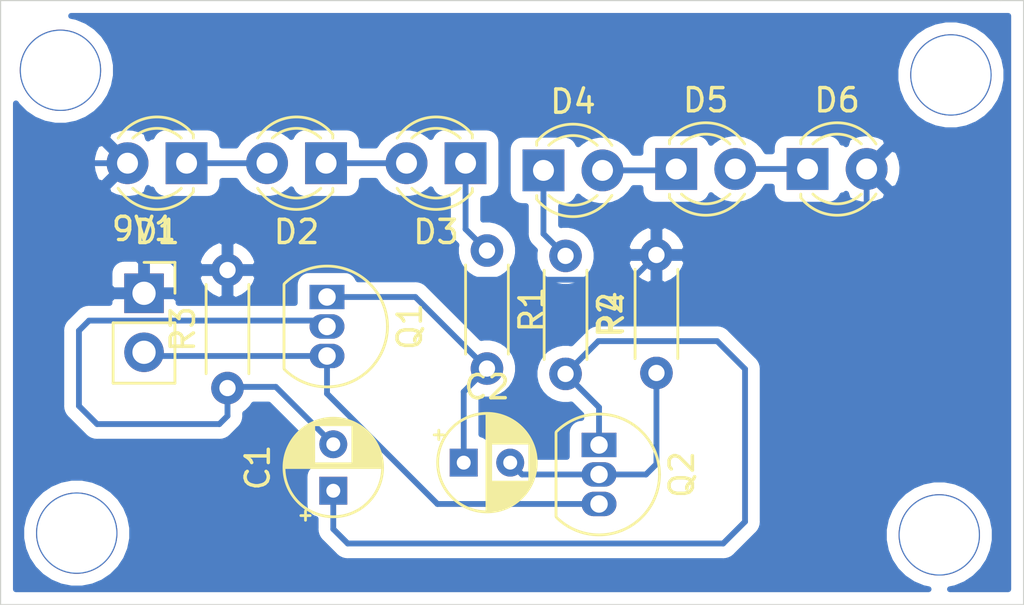
<source format=kicad_pcb>
(kicad_pcb (version 20171130) (host pcbnew "(5.1.12)-1")

  (general
    (thickness 1.6)
    (drawings 5)
    (tracks 65)
    (zones 0)
    (modules 15)
    (nets 13)
  )

  (page A4)
  (layers
    (0 F.Cu signal)
    (31 B.Cu signal)
    (32 B.Adhes user)
    (33 F.Adhes user)
    (34 B.Paste user)
    (35 F.Paste user)
    (36 B.SilkS user)
    (37 F.SilkS user)
    (38 B.Mask user)
    (39 F.Mask user)
    (40 Dwgs.User user)
    (41 Cmts.User user)
    (42 Eco1.User user)
    (43 Eco2.User user)
    (44 Edge.Cuts user)
    (45 Margin user)
    (46 B.CrtYd user)
    (47 F.CrtYd user)
    (48 B.Fab user)
    (49 F.Fab user)
  )

  (setup
    (last_trace_width 0.25)
    (trace_clearance 0.2)
    (zone_clearance 0.508)
    (zone_45_only no)
    (trace_min 0.2)
    (via_size 0.8)
    (via_drill 0.4)
    (via_min_size 0.4)
    (via_min_drill 0.3)
    (uvia_size 0.3)
    (uvia_drill 0.1)
    (uvias_allowed no)
    (uvia_min_size 0.2)
    (uvia_min_drill 0.1)
    (edge_width 0.05)
    (segment_width 0.2)
    (pcb_text_width 0.3)
    (pcb_text_size 1.5 1.5)
    (mod_edge_width 0.12)
    (mod_text_size 1 1)
    (mod_text_width 0.15)
    (pad_size 1.524 1.524)
    (pad_drill 0.762)
    (pad_to_mask_clearance 0)
    (aux_axis_origin 0 0)
    (visible_elements 7FFFFFFF)
    (pcbplotparams
      (layerselection 0x010fc_ffffffff)
      (usegerberextensions false)
      (usegerberattributes true)
      (usegerberadvancedattributes true)
      (creategerberjobfile true)
      (excludeedgelayer true)
      (linewidth 0.100000)
      (plotframeref false)
      (viasonmask false)
      (mode 1)
      (useauxorigin false)
      (hpglpennumber 1)
      (hpglpenspeed 20)
      (hpglpendiameter 15.000000)
      (psnegative false)
      (psa4output false)
      (plotreference true)
      (plotvalue true)
      (plotinvisibletext false)
      (padsonsilk false)
      (subtractmaskfromsilk false)
      (outputformat 1)
      (mirror false)
      (drillshape 0)
      (scaleselection 1)
      (outputdirectory "gerber/"))
  )

  (net 0 "")
  (net 1 "Net-(9V1-Pad2)")
  (net 2 Earth)
  (net 3 "Net-(C1-Pad2)")
  (net 4 "Net-(C1-Pad1)")
  (net 5 "Net-(C2-Pad2)")
  (net 6 "Net-(C2-Pad1)")
  (net 7 "Net-(D1-Pad1)")
  (net 8 "Net-(D2-Pad1)")
  (net 9 "Net-(D3-Pad1)")
  (net 10 "Net-(D4-Pad2)")
  (net 11 "Net-(D4-Pad1)")
  (net 12 "Net-(D5-Pad2)")

  (net_class Default "This is the default net class."
    (clearance 0.2)
    (trace_width 0.25)
    (via_dia 0.8)
    (via_drill 0.4)
    (uvia_dia 0.3)
    (uvia_drill 0.1)
    (add_net Earth)
    (add_net "Net-(9V1-Pad2)")
    (add_net "Net-(C1-Pad1)")
    (add_net "Net-(C1-Pad2)")
    (add_net "Net-(C2-Pad1)")
    (add_net "Net-(C2-Pad2)")
    (add_net "Net-(D1-Pad1)")
    (add_net "Net-(D2-Pad1)")
    (add_net "Net-(D3-Pad1)")
    (add_net "Net-(D4-Pad1)")
    (add_net "Net-(D4-Pad2)")
    (add_net "Net-(D5-Pad2)")
  )

  (module Resistor_THT:R_Axial_DIN0204_L3.6mm_D1.6mm_P5.08mm_Horizontal (layer F.Cu) (tedit 5AE5139B) (tstamp 64D9E0FF)
    (at 148.21 58.03 90)
    (descr "Resistor, Axial_DIN0204 series, Axial, Horizontal, pin pitch=5.08mm, 0.167W, length*diameter=3.6*1.6mm^2, http://cdn-reichelt.de/documents/datenblatt/B400/1_4W%23YAG.pdf")
    (tags "Resistor Axial_DIN0204 series Axial Horizontal pin pitch 5.08mm 0.167W length 3.6mm diameter 1.6mm")
    (path /64DA7CFA)
    (fp_text reference R4 (at 2.54 -1.92 90) (layer F.SilkS)
      (effects (font (size 1 1) (thickness 0.15)))
    )
    (fp_text value 47uf (at 2.54 1.92 90) (layer F.Fab)
      (effects (font (size 1 1) (thickness 0.15)))
    )
    (fp_line (start 6.03 -1.05) (end -0.95 -1.05) (layer F.CrtYd) (width 0.05))
    (fp_line (start 6.03 1.05) (end 6.03 -1.05) (layer F.CrtYd) (width 0.05))
    (fp_line (start -0.95 1.05) (end 6.03 1.05) (layer F.CrtYd) (width 0.05))
    (fp_line (start -0.95 -1.05) (end -0.95 1.05) (layer F.CrtYd) (width 0.05))
    (fp_line (start 0.62 0.92) (end 4.46 0.92) (layer F.SilkS) (width 0.12))
    (fp_line (start 0.62 -0.92) (end 4.46 -0.92) (layer F.SilkS) (width 0.12))
    (fp_line (start 5.08 0) (end 4.34 0) (layer F.Fab) (width 0.1))
    (fp_line (start 0 0) (end 0.74 0) (layer F.Fab) (width 0.1))
    (fp_line (start 4.34 -0.8) (end 0.74 -0.8) (layer F.Fab) (width 0.1))
    (fp_line (start 4.34 0.8) (end 4.34 -0.8) (layer F.Fab) (width 0.1))
    (fp_line (start 0.74 0.8) (end 4.34 0.8) (layer F.Fab) (width 0.1))
    (fp_line (start 0.74 -0.8) (end 0.74 0.8) (layer F.Fab) (width 0.1))
    (fp_text user %R (at 2.54 0 90) (layer F.Fab)
      (effects (font (size 0.72 0.72) (thickness 0.108)))
    )
    (pad 2 thru_hole oval (at 5.08 0 90) (size 1.4 1.4) (drill 0.7) (layers *.Cu *.Mask)
      (net 2 Earth))
    (pad 1 thru_hole circle (at 0 0 90) (size 1.4 1.4) (drill 0.7) (layers *.Cu *.Mask)
      (net 5 "Net-(C2-Pad2)"))
    (model ${KISYS3DMOD}/Resistor_THT.3dshapes/R_Axial_DIN0204_L3.6mm_D1.6mm_P5.08mm_Horizontal.wrl
      (at (xyz 0 0 0))
      (scale (xyz 1 1 1))
      (rotate (xyz 0 0 0))
    )
  )

  (module Resistor_THT:R_Axial_DIN0204_L3.6mm_D1.6mm_P5.08mm_Horizontal (layer F.Cu) (tedit 5AE5139B) (tstamp 64D9E0EC)
    (at 129.76 58.68 90)
    (descr "Resistor, Axial_DIN0204 series, Axial, Horizontal, pin pitch=5.08mm, 0.167W, length*diameter=3.6*1.6mm^2, http://cdn-reichelt.de/documents/datenblatt/B400/1_4W%23YAG.pdf")
    (tags "Resistor Axial_DIN0204 series Axial Horizontal pin pitch 5.08mm 0.167W length 3.6mm diameter 1.6mm")
    (path /64DA7961)
    (fp_text reference R3 (at 2.54 -1.92 90) (layer F.SilkS)
      (effects (font (size 1 1) (thickness 0.15)))
    )
    (fp_text value 47uf (at 2.54 1.92 90) (layer F.Fab)
      (effects (font (size 1 1) (thickness 0.15)))
    )
    (fp_line (start 6.03 -1.05) (end -0.95 -1.05) (layer F.CrtYd) (width 0.05))
    (fp_line (start 6.03 1.05) (end 6.03 -1.05) (layer F.CrtYd) (width 0.05))
    (fp_line (start -0.95 1.05) (end 6.03 1.05) (layer F.CrtYd) (width 0.05))
    (fp_line (start -0.95 -1.05) (end -0.95 1.05) (layer F.CrtYd) (width 0.05))
    (fp_line (start 0.62 0.92) (end 4.46 0.92) (layer F.SilkS) (width 0.12))
    (fp_line (start 0.62 -0.92) (end 4.46 -0.92) (layer F.SilkS) (width 0.12))
    (fp_line (start 5.08 0) (end 4.34 0) (layer F.Fab) (width 0.1))
    (fp_line (start 0 0) (end 0.74 0) (layer F.Fab) (width 0.1))
    (fp_line (start 4.34 -0.8) (end 0.74 -0.8) (layer F.Fab) (width 0.1))
    (fp_line (start 4.34 0.8) (end 4.34 -0.8) (layer F.Fab) (width 0.1))
    (fp_line (start 0.74 0.8) (end 4.34 0.8) (layer F.Fab) (width 0.1))
    (fp_line (start 0.74 -0.8) (end 0.74 0.8) (layer F.Fab) (width 0.1))
    (fp_text user %R (at 2.54 0 90) (layer F.Fab)
      (effects (font (size 0.72 0.72) (thickness 0.108)))
    )
    (pad 2 thru_hole oval (at 5.08 0 90) (size 1.4 1.4) (drill 0.7) (layers *.Cu *.Mask)
      (net 2 Earth))
    (pad 1 thru_hole circle (at 0 0 90) (size 1.4 1.4) (drill 0.7) (layers *.Cu *.Mask)
      (net 3 "Net-(C1-Pad2)"))
    (model ${KISYS3DMOD}/Resistor_THT.3dshapes/R_Axial_DIN0204_L3.6mm_D1.6mm_P5.08mm_Horizontal.wrl
      (at (xyz 0 0 0))
      (scale (xyz 1 1 1))
      (rotate (xyz 0 0 0))
    )
  )

  (module Resistor_THT:R_Axial_DIN0204_L3.6mm_D1.6mm_P5.08mm_Horizontal (layer F.Cu) (tedit 5AE5139B) (tstamp 64D9E0D9)
    (at 144.3 52.99 270)
    (descr "Resistor, Axial_DIN0204 series, Axial, Horizontal, pin pitch=5.08mm, 0.167W, length*diameter=3.6*1.6mm^2, http://cdn-reichelt.de/documents/datenblatt/B400/1_4W%23YAG.pdf")
    (tags "Resistor Axial_DIN0204 series Axial Horizontal pin pitch 5.08mm 0.167W length 3.6mm diameter 1.6mm")
    (path /64DA7414)
    (fp_text reference R2 (at 2.54 -1.92 90) (layer F.SilkS)
      (effects (font (size 1 1) (thickness 0.15)))
    )
    (fp_text value "100 ohm" (at 2.54 1.92 90) (layer F.Fab)
      (effects (font (size 1 1) (thickness 0.15)))
    )
    (fp_line (start 6.03 -1.05) (end -0.95 -1.05) (layer F.CrtYd) (width 0.05))
    (fp_line (start 6.03 1.05) (end 6.03 -1.05) (layer F.CrtYd) (width 0.05))
    (fp_line (start -0.95 1.05) (end 6.03 1.05) (layer F.CrtYd) (width 0.05))
    (fp_line (start -0.95 -1.05) (end -0.95 1.05) (layer F.CrtYd) (width 0.05))
    (fp_line (start 0.62 0.92) (end 4.46 0.92) (layer F.SilkS) (width 0.12))
    (fp_line (start 0.62 -0.92) (end 4.46 -0.92) (layer F.SilkS) (width 0.12))
    (fp_line (start 5.08 0) (end 4.34 0) (layer F.Fab) (width 0.1))
    (fp_line (start 0 0) (end 0.74 0) (layer F.Fab) (width 0.1))
    (fp_line (start 4.34 -0.8) (end 0.74 -0.8) (layer F.Fab) (width 0.1))
    (fp_line (start 4.34 0.8) (end 4.34 -0.8) (layer F.Fab) (width 0.1))
    (fp_line (start 0.74 0.8) (end 4.34 0.8) (layer F.Fab) (width 0.1))
    (fp_line (start 0.74 -0.8) (end 0.74 0.8) (layer F.Fab) (width 0.1))
    (fp_text user %R (at 2.54 0 90) (layer F.Fab)
      (effects (font (size 0.72 0.72) (thickness 0.108)))
    )
    (pad 2 thru_hole oval (at 5.08 0 270) (size 1.4 1.4) (drill 0.7) (layers *.Cu *.Mask)
      (net 4 "Net-(C1-Pad1)"))
    (pad 1 thru_hole circle (at 0 0 270) (size 1.4 1.4) (drill 0.7) (layers *.Cu *.Mask)
      (net 11 "Net-(D4-Pad1)"))
    (model ${KISYS3DMOD}/Resistor_THT.3dshapes/R_Axial_DIN0204_L3.6mm_D1.6mm_P5.08mm_Horizontal.wrl
      (at (xyz 0 0 0))
      (scale (xyz 1 1 1))
      (rotate (xyz 0 0 0))
    )
  )

  (module Resistor_THT:R_Axial_DIN0204_L3.6mm_D1.6mm_P5.08mm_Horizontal (layer F.Cu) (tedit 5AE5139B) (tstamp 64D9E0C6)
    (at 140.92 52.76 270)
    (descr "Resistor, Axial_DIN0204 series, Axial, Horizontal, pin pitch=5.08mm, 0.167W, length*diameter=3.6*1.6mm^2, http://cdn-reichelt.de/documents/datenblatt/B400/1_4W%23YAG.pdf")
    (tags "Resistor Axial_DIN0204 series Axial Horizontal pin pitch 5.08mm 0.167W length 3.6mm diameter 1.6mm")
    (path /64DA675D)
    (fp_text reference R1 (at 2.54 -1.92 90) (layer F.SilkS)
      (effects (font (size 1 1) (thickness 0.15)))
    )
    (fp_text value "100 ohm" (at 2.54 1.92 90) (layer F.Fab)
      (effects (font (size 1 1) (thickness 0.15)))
    )
    (fp_line (start 6.03 -1.05) (end -0.95 -1.05) (layer F.CrtYd) (width 0.05))
    (fp_line (start 6.03 1.05) (end 6.03 -1.05) (layer F.CrtYd) (width 0.05))
    (fp_line (start -0.95 1.05) (end 6.03 1.05) (layer F.CrtYd) (width 0.05))
    (fp_line (start -0.95 -1.05) (end -0.95 1.05) (layer F.CrtYd) (width 0.05))
    (fp_line (start 0.62 0.92) (end 4.46 0.92) (layer F.SilkS) (width 0.12))
    (fp_line (start 0.62 -0.92) (end 4.46 -0.92) (layer F.SilkS) (width 0.12))
    (fp_line (start 5.08 0) (end 4.34 0) (layer F.Fab) (width 0.1))
    (fp_line (start 0 0) (end 0.74 0) (layer F.Fab) (width 0.1))
    (fp_line (start 4.34 -0.8) (end 0.74 -0.8) (layer F.Fab) (width 0.1))
    (fp_line (start 4.34 0.8) (end 4.34 -0.8) (layer F.Fab) (width 0.1))
    (fp_line (start 0.74 0.8) (end 4.34 0.8) (layer F.Fab) (width 0.1))
    (fp_line (start 0.74 -0.8) (end 0.74 0.8) (layer F.Fab) (width 0.1))
    (fp_text user %R (at 2.52 0.06 90) (layer F.Fab)
      (effects (font (size 0.72 0.72) (thickness 0.108)))
    )
    (pad 2 thru_hole oval (at 5.08 0 270) (size 1.4 1.4) (drill 0.7) (layers *.Cu *.Mask)
      (net 6 "Net-(C2-Pad1)"))
    (pad 1 thru_hole circle (at 0 0 270) (size 1.4 1.4) (drill 0.7) (layers *.Cu *.Mask)
      (net 9 "Net-(D3-Pad1)"))
    (model ${KISYS3DMOD}/Resistor_THT.3dshapes/R_Axial_DIN0204_L3.6mm_D1.6mm_P5.08mm_Horizontal.wrl
      (at (xyz 0 0 0))
      (scale (xyz 1 1 1))
      (rotate (xyz 0 0 0))
    )
  )

  (module Package_TO_SOT_THT:TO-92_Inline (layer F.Cu) (tedit 5A1DD157) (tstamp 64D9E0B3)
    (at 145.74 61.13 270)
    (descr "TO-92 leads in-line, narrow, oval pads, drill 0.75mm (see NXP sot054_po.pdf)")
    (tags "to-92 sc-43 sc-43a sot54 PA33 transistor")
    (path /64DAB056)
    (fp_text reference Q2 (at 1.27 -3.56 90) (layer F.SilkS)
      (effects (font (size 1 1) (thickness 0.15)))
    )
    (fp_text value BC547 (at 1.27 2.79 90) (layer F.Fab)
      (effects (font (size 1 1) (thickness 0.15)))
    )
    (fp_line (start 4 2.01) (end -1.46 2.01) (layer F.CrtYd) (width 0.05))
    (fp_line (start 4 2.01) (end 4 -2.73) (layer F.CrtYd) (width 0.05))
    (fp_line (start -1.46 -2.73) (end -1.46 2.01) (layer F.CrtYd) (width 0.05))
    (fp_line (start -1.46 -2.73) (end 4 -2.73) (layer F.CrtYd) (width 0.05))
    (fp_line (start -0.5 1.75) (end 3 1.75) (layer F.Fab) (width 0.1))
    (fp_line (start -0.53 1.85) (end 3.07 1.85) (layer F.SilkS) (width 0.12))
    (fp_arc (start 1.27 0) (end 1.27 -2.6) (angle 135) (layer F.SilkS) (width 0.12))
    (fp_arc (start 1.27 0) (end 1.27 -2.48) (angle -135) (layer F.Fab) (width 0.1))
    (fp_arc (start 1.27 0) (end 1.27 -2.6) (angle -135) (layer F.SilkS) (width 0.12))
    (fp_arc (start 1.27 0) (end 1.27 -2.48) (angle 135) (layer F.Fab) (width 0.1))
    (fp_text user %R (at 1.49 -2.77 90) (layer F.Fab)
      (effects (font (size 1 1) (thickness 0.15)))
    )
    (pad 1 thru_hole rect (at 0 0 270) (size 1.05 1.5) (drill 0.75) (layers *.Cu *.Mask)
      (net 4 "Net-(C1-Pad1)"))
    (pad 3 thru_hole oval (at 2.54 0 270) (size 1.05 1.5) (drill 0.75) (layers *.Cu *.Mask)
      (net 1 "Net-(9V1-Pad2)"))
    (pad 2 thru_hole oval (at 1.27 0 270) (size 1.05 1.5) (drill 0.75) (layers *.Cu *.Mask)
      (net 5 "Net-(C2-Pad2)"))
    (model ${KISYS3DMOD}/Package_TO_SOT_THT.3dshapes/TO-92_Inline.wrl
      (at (xyz 0 0 0))
      (scale (xyz 1 1 1))
      (rotate (xyz 0 0 0))
    )
  )

  (module Package_TO_SOT_THT:TO-92_Inline (layer F.Cu) (tedit 5A1DD157) (tstamp 64D9E0A1)
    (at 134.04 54.76 270)
    (descr "TO-92 leads in-line, narrow, oval pads, drill 0.75mm (see NXP sot054_po.pdf)")
    (tags "to-92 sc-43 sc-43a sot54 PA33 transistor")
    (path /64DA7F55)
    (fp_text reference Q1 (at 1.27 -3.56 90) (layer F.SilkS)
      (effects (font (size 1 1) (thickness 0.15)))
    )
    (fp_text value BC547 (at 1.27 2.79 90) (layer F.Fab)
      (effects (font (size 1 1) (thickness 0.15)))
    )
    (fp_line (start 4 2.01) (end -1.46 2.01) (layer F.CrtYd) (width 0.05))
    (fp_line (start 4 2.01) (end 4 -2.73) (layer F.CrtYd) (width 0.05))
    (fp_line (start -1.46 -2.73) (end -1.46 2.01) (layer F.CrtYd) (width 0.05))
    (fp_line (start -1.46 -2.73) (end 4 -2.73) (layer F.CrtYd) (width 0.05))
    (fp_line (start -0.5 1.75) (end 3 1.75) (layer F.Fab) (width 0.1))
    (fp_line (start -0.53 1.85) (end 3.07 1.85) (layer F.SilkS) (width 0.12))
    (fp_arc (start 1.27 0) (end 1.27 -2.6) (angle 135) (layer F.SilkS) (width 0.12))
    (fp_arc (start 1.27 0) (end 1.27 -2.48) (angle -135) (layer F.Fab) (width 0.1))
    (fp_arc (start 1.27 0) (end 1.27 -2.6) (angle -135) (layer F.SilkS) (width 0.12))
    (fp_arc (start 1.27 0) (end 1.27 -2.48) (angle 135) (layer F.Fab) (width 0.1))
    (fp_text user %R (at -0.97 -3.57 90) (layer F.Fab)
      (effects (font (size 1 1) (thickness 0.15)))
    )
    (pad 1 thru_hole rect (at 0 0 270) (size 1.05 1.5) (drill 0.75) (layers *.Cu *.Mask)
      (net 6 "Net-(C2-Pad1)"))
    (pad 3 thru_hole oval (at 2.54 0 270) (size 1.05 1.5) (drill 0.75) (layers *.Cu *.Mask)
      (net 1 "Net-(9V1-Pad2)"))
    (pad 2 thru_hole oval (at 1.27 0 270) (size 1.05 1.5) (drill 0.75) (layers *.Cu *.Mask)
      (net 3 "Net-(C1-Pad2)"))
    (model ${KISYS3DMOD}/Package_TO_SOT_THT.3dshapes/TO-92_Inline.wrl
      (at (xyz 0 0 0))
      (scale (xyz 1 1 1))
      (rotate (xyz 0 0 0))
    )
  )

  (module LED_THT:LED_D3.0mm (layer F.Cu) (tedit 587A3A7B) (tstamp 64D9E08F)
    (at 154.71 49.25)
    (descr "LED, diameter 3.0mm, 2 pins")
    (tags "LED diameter 3.0mm 2 pins")
    (path /64D9D75C)
    (fp_text reference D6 (at 1.27 -2.96) (layer F.SilkS)
      (effects (font (size 1 1) (thickness 0.15)))
    )
    (fp_text value G (at 1.27 2.96) (layer F.Fab)
      (effects (font (size 1 1) (thickness 0.15)))
    )
    (fp_line (start 3.7 -2.25) (end -1.15 -2.25) (layer F.CrtYd) (width 0.05))
    (fp_line (start 3.7 2.25) (end 3.7 -2.25) (layer F.CrtYd) (width 0.05))
    (fp_line (start -1.15 2.25) (end 3.7 2.25) (layer F.CrtYd) (width 0.05))
    (fp_line (start -1.15 -2.25) (end -1.15 2.25) (layer F.CrtYd) (width 0.05))
    (fp_line (start -0.29 1.08) (end -0.29 1.236) (layer F.SilkS) (width 0.12))
    (fp_line (start -0.29 -1.236) (end -0.29 -1.08) (layer F.SilkS) (width 0.12))
    (fp_line (start -0.23 -1.16619) (end -0.23 1.16619) (layer F.Fab) (width 0.1))
    (fp_circle (center 1.27 0) (end 2.77 0) (layer F.Fab) (width 0.1))
    (fp_arc (start 1.27 0) (end 0.229039 1.08) (angle -87.9) (layer F.SilkS) (width 0.12))
    (fp_arc (start 1.27 0) (end 0.229039 -1.08) (angle 87.9) (layer F.SilkS) (width 0.12))
    (fp_arc (start 1.27 0) (end -0.29 1.235516) (angle -108.8) (layer F.SilkS) (width 0.12))
    (fp_arc (start 1.27 0) (end -0.29 -1.235516) (angle 108.8) (layer F.SilkS) (width 0.12))
    (fp_arc (start 1.27 0) (end -0.23 -1.16619) (angle 284.3) (layer F.Fab) (width 0.1))
    (pad 2 thru_hole circle (at 2.54 0) (size 1.8 1.8) (drill 0.9) (layers *.Cu *.Mask)
      (net 2 Earth))
    (pad 1 thru_hole rect (at 0 0) (size 1.8 1.8) (drill 0.9) (layers *.Cu *.Mask)
      (net 12 "Net-(D5-Pad2)"))
    (model ${KISYS3DMOD}/LED_THT.3dshapes/LED_D3.0mm.wrl
      (at (xyz 0 0 0))
      (scale (xyz 1 1 1))
      (rotate (xyz 0 0 0))
    )
  )

  (module LED_THT:LED_D3.0mm (layer F.Cu) (tedit 587A3A7B) (tstamp 64D9E07C)
    (at 149.06 49.25)
    (descr "LED, diameter 3.0mm, 2 pins")
    (tags "LED diameter 3.0mm 2 pins")
    (path /64D9D6FE)
    (fp_text reference D5 (at 1.27 -2.96) (layer F.SilkS)
      (effects (font (size 1 1) (thickness 0.15)))
    )
    (fp_text value R (at 1.27 2.96) (layer F.Fab)
      (effects (font (size 1 1) (thickness 0.15)))
    )
    (fp_line (start 3.7 -2.25) (end -1.15 -2.25) (layer F.CrtYd) (width 0.05))
    (fp_line (start 3.7 2.25) (end 3.7 -2.25) (layer F.CrtYd) (width 0.05))
    (fp_line (start -1.15 2.25) (end 3.7 2.25) (layer F.CrtYd) (width 0.05))
    (fp_line (start -1.15 -2.25) (end -1.15 2.25) (layer F.CrtYd) (width 0.05))
    (fp_line (start -0.29 1.08) (end -0.29 1.236) (layer F.SilkS) (width 0.12))
    (fp_line (start -0.29 -1.236) (end -0.29 -1.08) (layer F.SilkS) (width 0.12))
    (fp_line (start -0.23 -1.16619) (end -0.23 1.16619) (layer F.Fab) (width 0.1))
    (fp_circle (center 1.27 0) (end 2.77 0) (layer F.Fab) (width 0.1))
    (fp_arc (start 1.27 0) (end 0.229039 1.08) (angle -87.9) (layer F.SilkS) (width 0.12))
    (fp_arc (start 1.27 0) (end 0.229039 -1.08) (angle 87.9) (layer F.SilkS) (width 0.12))
    (fp_arc (start 1.27 0) (end -0.29 1.235516) (angle -108.8) (layer F.SilkS) (width 0.12))
    (fp_arc (start 1.27 0) (end -0.29 -1.235516) (angle 108.8) (layer F.SilkS) (width 0.12))
    (fp_arc (start 1.27 0) (end -0.23 -1.16619) (angle 284.3) (layer F.Fab) (width 0.1))
    (pad 2 thru_hole circle (at 2.54 0) (size 1.8 1.8) (drill 0.9) (layers *.Cu *.Mask)
      (net 12 "Net-(D5-Pad2)"))
    (pad 1 thru_hole rect (at 0 0) (size 1.8 1.8) (drill 0.9) (layers *.Cu *.Mask)
      (net 10 "Net-(D4-Pad2)"))
    (model ${KISYS3DMOD}/LED_THT.3dshapes/LED_D3.0mm.wrl
      (at (xyz 0 0 0))
      (scale (xyz 1 1 1))
      (rotate (xyz 0 0 0))
    )
  )

  (module LED_THT:LED_D3.0mm (layer F.Cu) (tedit 587A3A7B) (tstamp 64D9E069)
    (at 143.35 49.31)
    (descr "LED, diameter 3.0mm, 2 pins")
    (tags "LED diameter 3.0mm 2 pins")
    (path /64D9D4BA)
    (fp_text reference D4 (at 1.27 -2.96) (layer F.SilkS)
      (effects (font (size 1 1) (thickness 0.15)))
    )
    (fp_text value G (at 1.27 2.96) (layer F.Fab)
      (effects (font (size 1 1) (thickness 0.15)))
    )
    (fp_line (start 3.7 -2.25) (end -1.15 -2.25) (layer F.CrtYd) (width 0.05))
    (fp_line (start 3.7 2.25) (end 3.7 -2.25) (layer F.CrtYd) (width 0.05))
    (fp_line (start -1.15 2.25) (end 3.7 2.25) (layer F.CrtYd) (width 0.05))
    (fp_line (start -1.15 -2.25) (end -1.15 2.25) (layer F.CrtYd) (width 0.05))
    (fp_line (start -0.29 1.08) (end -0.29 1.236) (layer F.SilkS) (width 0.12))
    (fp_line (start -0.29 -1.236) (end -0.29 -1.08) (layer F.SilkS) (width 0.12))
    (fp_line (start -0.23 -1.16619) (end -0.23 1.16619) (layer F.Fab) (width 0.1))
    (fp_circle (center 1.27 0) (end 2.77 0) (layer F.Fab) (width 0.1))
    (fp_arc (start 1.27 0) (end 0.229039 1.08) (angle -87.9) (layer F.SilkS) (width 0.12))
    (fp_arc (start 1.27 0) (end 0.229039 -1.08) (angle 87.9) (layer F.SilkS) (width 0.12))
    (fp_arc (start 1.27 0) (end -0.29 1.235516) (angle -108.8) (layer F.SilkS) (width 0.12))
    (fp_arc (start 1.27 0) (end -0.29 -1.235516) (angle 108.8) (layer F.SilkS) (width 0.12))
    (fp_arc (start 1.27 0) (end -0.23 -1.16619) (angle 284.3) (layer F.Fab) (width 0.1))
    (pad 2 thru_hole circle (at 2.54 0) (size 1.8 1.8) (drill 0.9) (layers *.Cu *.Mask)
      (net 10 "Net-(D4-Pad2)"))
    (pad 1 thru_hole rect (at 0 0) (size 1.8 1.8) (drill 0.9) (layers *.Cu *.Mask)
      (net 11 "Net-(D4-Pad1)"))
    (model ${KISYS3DMOD}/LED_THT.3dshapes/LED_D3.0mm.wrl
      (at (xyz 0 0 0))
      (scale (xyz 1 1 1))
      (rotate (xyz 0 0 0))
    )
  )

  (module LED_THT:LED_D3.0mm (layer F.Cu) (tedit 587A3A7B) (tstamp 64D9E056)
    (at 140 49 180)
    (descr "LED, diameter 3.0mm, 2 pins")
    (tags "LED diameter 3.0mm 2 pins")
    (path /64D9D391)
    (fp_text reference D3 (at 1.27 -2.96) (layer F.SilkS)
      (effects (font (size 1 1) (thickness 0.15)))
    )
    (fp_text value R (at 1.27 2.96) (layer F.Fab)
      (effects (font (size 1 1) (thickness 0.15)))
    )
    (fp_line (start 3.7 -2.25) (end -1.15 -2.25) (layer F.CrtYd) (width 0.05))
    (fp_line (start 3.7 2.25) (end 3.7 -2.25) (layer F.CrtYd) (width 0.05))
    (fp_line (start -1.15 2.25) (end 3.7 2.25) (layer F.CrtYd) (width 0.05))
    (fp_line (start -1.15 -2.25) (end -1.15 2.25) (layer F.CrtYd) (width 0.05))
    (fp_line (start -0.29 1.08) (end -0.29 1.236) (layer F.SilkS) (width 0.12))
    (fp_line (start -0.29 -1.236) (end -0.29 -1.08) (layer F.SilkS) (width 0.12))
    (fp_line (start -0.23 -1.16619) (end -0.23 1.16619) (layer F.Fab) (width 0.1))
    (fp_circle (center 1.27 0) (end 2.77 0) (layer F.Fab) (width 0.1))
    (fp_arc (start 1.27 0) (end 0.229039 1.08) (angle -87.9) (layer F.SilkS) (width 0.12))
    (fp_arc (start 1.27 0) (end 0.229039 -1.08) (angle 87.9) (layer F.SilkS) (width 0.12))
    (fp_arc (start 1.27 0) (end -0.29 1.235516) (angle -108.8) (layer F.SilkS) (width 0.12))
    (fp_arc (start 1.27 0) (end -0.29 -1.235516) (angle 108.8) (layer F.SilkS) (width 0.12))
    (fp_arc (start 1.27 0) (end -0.23 -1.16619) (angle 284.3) (layer F.Fab) (width 0.1))
    (pad 2 thru_hole circle (at 2.54 0 180) (size 1.8 1.8) (drill 0.9) (layers *.Cu *.Mask)
      (net 8 "Net-(D2-Pad1)"))
    (pad 1 thru_hole rect (at 0 0 180) (size 1.8 1.8) (drill 0.9) (layers *.Cu *.Mask)
      (net 9 "Net-(D3-Pad1)"))
    (model ${KISYS3DMOD}/LED_THT.3dshapes/LED_D3.0mm.wrl
      (at (xyz 0 0 0))
      (scale (xyz 1 1 1))
      (rotate (xyz 0 0 0))
    )
  )

  (module LED_THT:LED_D3.0mm (layer F.Cu) (tedit 587A3A7B) (tstamp 64D9E043)
    (at 134 49 180)
    (descr "LED, diameter 3.0mm, 2 pins")
    (tags "LED diameter 3.0mm 2 pins")
    (path /64D9D136)
    (fp_text reference D2 (at 1.27 -2.96) (layer F.SilkS)
      (effects (font (size 1 1) (thickness 0.15)))
    )
    (fp_text value G (at 1.27 2.96) (layer F.Fab)
      (effects (font (size 1 1) (thickness 0.15)))
    )
    (fp_line (start 3.7 -2.25) (end -1.15 -2.25) (layer F.CrtYd) (width 0.05))
    (fp_line (start 3.7 2.25) (end 3.7 -2.25) (layer F.CrtYd) (width 0.05))
    (fp_line (start -1.15 2.25) (end 3.7 2.25) (layer F.CrtYd) (width 0.05))
    (fp_line (start -1.15 -2.25) (end -1.15 2.25) (layer F.CrtYd) (width 0.05))
    (fp_line (start -0.29 1.08) (end -0.29 1.236) (layer F.SilkS) (width 0.12))
    (fp_line (start -0.29 -1.236) (end -0.29 -1.08) (layer F.SilkS) (width 0.12))
    (fp_line (start -0.23 -1.16619) (end -0.23 1.16619) (layer F.Fab) (width 0.1))
    (fp_circle (center 1.27 0) (end 2.77 0) (layer F.Fab) (width 0.1))
    (fp_arc (start 1.27 0) (end 0.229039 1.08) (angle -87.9) (layer F.SilkS) (width 0.12))
    (fp_arc (start 1.27 0) (end 0.229039 -1.08) (angle 87.9) (layer F.SilkS) (width 0.12))
    (fp_arc (start 1.27 0) (end -0.29 1.235516) (angle -108.8) (layer F.SilkS) (width 0.12))
    (fp_arc (start 1.27 0) (end -0.29 -1.235516) (angle 108.8) (layer F.SilkS) (width 0.12))
    (fp_arc (start 1.27 0) (end -0.23 -1.16619) (angle 284.3) (layer F.Fab) (width 0.1))
    (pad 2 thru_hole circle (at 2.54 0 180) (size 1.8 1.8) (drill 0.9) (layers *.Cu *.Mask)
      (net 7 "Net-(D1-Pad1)"))
    (pad 1 thru_hole rect (at 0 0 180) (size 1.8 1.8) (drill 0.9) (layers *.Cu *.Mask)
      (net 8 "Net-(D2-Pad1)"))
    (model ${KISYS3DMOD}/LED_THT.3dshapes/LED_D3.0mm.wrl
      (at (xyz 0 0 0))
      (scale (xyz 1 1 1))
      (rotate (xyz 0 0 0))
    )
  )

  (module LED_THT:LED_D3.0mm (layer F.Cu) (tedit 587A3A7B) (tstamp 64D9E030)
    (at 128 49 180)
    (descr "LED, diameter 3.0mm, 2 pins")
    (tags "LED diameter 3.0mm 2 pins")
    (path /64D9C454)
    (fp_text reference D1 (at 1.27 -2.96) (layer F.SilkS)
      (effects (font (size 1 1) (thickness 0.15)))
    )
    (fp_text value R (at 1.27 2.96) (layer F.Fab)
      (effects (font (size 1 1) (thickness 0.15)))
    )
    (fp_line (start 3.7 -2.25) (end -1.15 -2.25) (layer F.CrtYd) (width 0.05))
    (fp_line (start 3.7 2.25) (end 3.7 -2.25) (layer F.CrtYd) (width 0.05))
    (fp_line (start -1.15 2.25) (end 3.7 2.25) (layer F.CrtYd) (width 0.05))
    (fp_line (start -1.15 -2.25) (end -1.15 2.25) (layer F.CrtYd) (width 0.05))
    (fp_line (start -0.29 1.08) (end -0.29 1.236) (layer F.SilkS) (width 0.12))
    (fp_line (start -0.29 -1.236) (end -0.29 -1.08) (layer F.SilkS) (width 0.12))
    (fp_line (start -0.23 -1.16619) (end -0.23 1.16619) (layer F.Fab) (width 0.1))
    (fp_circle (center 1.27 0) (end 2.77 0) (layer F.Fab) (width 0.1))
    (fp_arc (start 1.27 0) (end 0.229039 1.08) (angle -87.9) (layer F.SilkS) (width 0.12))
    (fp_arc (start 1.27 0) (end 0.229039 -1.08) (angle 87.9) (layer F.SilkS) (width 0.12))
    (fp_arc (start 1.27 0) (end -0.29 1.235516) (angle -108.8) (layer F.SilkS) (width 0.12))
    (fp_arc (start 1.27 0) (end -0.29 -1.235516) (angle 108.8) (layer F.SilkS) (width 0.12))
    (fp_arc (start 1.27 0) (end -0.23 -1.16619) (angle 284.3) (layer F.Fab) (width 0.1))
    (pad 2 thru_hole circle (at 2.54 0 180) (size 1.8 1.8) (drill 0.9) (layers *.Cu *.Mask)
      (net 2 Earth))
    (pad 1 thru_hole rect (at 0 0 180) (size 1.8 1.8) (drill 0.9) (layers *.Cu *.Mask)
      (net 7 "Net-(D1-Pad1)"))
    (model ${KISYS3DMOD}/LED_THT.3dshapes/LED_D3.0mm.wrl
      (at (xyz 0 0 0))
      (scale (xyz 1 1 1))
      (rotate (xyz 0 0 0))
    )
  )

  (module Capacitor_THT:CP_Radial_D4.0mm_P2.00mm (layer F.Cu) (tedit 5AE50EF0) (tstamp 64D9E01D)
    (at 139.92 61.89)
    (descr "CP, Radial series, Radial, pin pitch=2.00mm, , diameter=4mm, Electrolytic Capacitor")
    (tags "CP Radial series Radial pin pitch 2.00mm  diameter 4mm Electrolytic Capacitor")
    (path /64DA24FF)
    (fp_text reference C2 (at 1 -3.25) (layer F.SilkS)
      (effects (font (size 1 1) (thickness 0.15)))
    )
    (fp_text value 10uf (at 1 3.25) (layer F.Fab)
      (effects (font (size 1 1) (thickness 0.15)))
    )
    (fp_line (start -1.069801 -1.395) (end -1.069801 -0.995) (layer F.SilkS) (width 0.12))
    (fp_line (start -1.269801 -1.195) (end -0.869801 -1.195) (layer F.SilkS) (width 0.12))
    (fp_line (start 3.081 -0.37) (end 3.081 0.37) (layer F.SilkS) (width 0.12))
    (fp_line (start 3.041 -0.537) (end 3.041 0.537) (layer F.SilkS) (width 0.12))
    (fp_line (start 3.001 -0.664) (end 3.001 0.664) (layer F.SilkS) (width 0.12))
    (fp_line (start 2.961 -0.768) (end 2.961 0.768) (layer F.SilkS) (width 0.12))
    (fp_line (start 2.921 -0.859) (end 2.921 0.859) (layer F.SilkS) (width 0.12))
    (fp_line (start 2.881 -0.94) (end 2.881 0.94) (layer F.SilkS) (width 0.12))
    (fp_line (start 2.841 -1.013) (end 2.841 1.013) (layer F.SilkS) (width 0.12))
    (fp_line (start 2.801 0.84) (end 2.801 1.08) (layer F.SilkS) (width 0.12))
    (fp_line (start 2.801 -1.08) (end 2.801 -0.84) (layer F.SilkS) (width 0.12))
    (fp_line (start 2.761 0.84) (end 2.761 1.142) (layer F.SilkS) (width 0.12))
    (fp_line (start 2.761 -1.142) (end 2.761 -0.84) (layer F.SilkS) (width 0.12))
    (fp_line (start 2.721 0.84) (end 2.721 1.2) (layer F.SilkS) (width 0.12))
    (fp_line (start 2.721 -1.2) (end 2.721 -0.84) (layer F.SilkS) (width 0.12))
    (fp_line (start 2.681 0.84) (end 2.681 1.254) (layer F.SilkS) (width 0.12))
    (fp_line (start 2.681 -1.254) (end 2.681 -0.84) (layer F.SilkS) (width 0.12))
    (fp_line (start 2.641 0.84) (end 2.641 1.304) (layer F.SilkS) (width 0.12))
    (fp_line (start 2.641 -1.304) (end 2.641 -0.84) (layer F.SilkS) (width 0.12))
    (fp_line (start 2.601 0.84) (end 2.601 1.351) (layer F.SilkS) (width 0.12))
    (fp_line (start 2.601 -1.351) (end 2.601 -0.84) (layer F.SilkS) (width 0.12))
    (fp_line (start 2.561 0.84) (end 2.561 1.396) (layer F.SilkS) (width 0.12))
    (fp_line (start 2.561 -1.396) (end 2.561 -0.84) (layer F.SilkS) (width 0.12))
    (fp_line (start 2.521 0.84) (end 2.521 1.438) (layer F.SilkS) (width 0.12))
    (fp_line (start 2.521 -1.438) (end 2.521 -0.84) (layer F.SilkS) (width 0.12))
    (fp_line (start 2.481 0.84) (end 2.481 1.478) (layer F.SilkS) (width 0.12))
    (fp_line (start 2.481 -1.478) (end 2.481 -0.84) (layer F.SilkS) (width 0.12))
    (fp_line (start 2.441 0.84) (end 2.441 1.516) (layer F.SilkS) (width 0.12))
    (fp_line (start 2.441 -1.516) (end 2.441 -0.84) (layer F.SilkS) (width 0.12))
    (fp_line (start 2.401 0.84) (end 2.401 1.552) (layer F.SilkS) (width 0.12))
    (fp_line (start 2.401 -1.552) (end 2.401 -0.84) (layer F.SilkS) (width 0.12))
    (fp_line (start 2.361 0.84) (end 2.361 1.587) (layer F.SilkS) (width 0.12))
    (fp_line (start 2.361 -1.587) (end 2.361 -0.84) (layer F.SilkS) (width 0.12))
    (fp_line (start 2.321 0.84) (end 2.321 1.619) (layer F.SilkS) (width 0.12))
    (fp_line (start 2.321 -1.619) (end 2.321 -0.84) (layer F.SilkS) (width 0.12))
    (fp_line (start 2.281 0.84) (end 2.281 1.65) (layer F.SilkS) (width 0.12))
    (fp_line (start 2.281 -1.65) (end 2.281 -0.84) (layer F.SilkS) (width 0.12))
    (fp_line (start 2.241 0.84) (end 2.241 1.68) (layer F.SilkS) (width 0.12))
    (fp_line (start 2.241 -1.68) (end 2.241 -0.84) (layer F.SilkS) (width 0.12))
    (fp_line (start 2.201 0.84) (end 2.201 1.708) (layer F.SilkS) (width 0.12))
    (fp_line (start 2.201 -1.708) (end 2.201 -0.84) (layer F.SilkS) (width 0.12))
    (fp_line (start 2.161 0.84) (end 2.161 1.735) (layer F.SilkS) (width 0.12))
    (fp_line (start 2.161 -1.735) (end 2.161 -0.84) (layer F.SilkS) (width 0.12))
    (fp_line (start 2.121 0.84) (end 2.121 1.76) (layer F.SilkS) (width 0.12))
    (fp_line (start 2.121 -1.76) (end 2.121 -0.84) (layer F.SilkS) (width 0.12))
    (fp_line (start 2.081 0.84) (end 2.081 1.785) (layer F.SilkS) (width 0.12))
    (fp_line (start 2.081 -1.785) (end 2.081 -0.84) (layer F.SilkS) (width 0.12))
    (fp_line (start 2.041 0.84) (end 2.041 1.808) (layer F.SilkS) (width 0.12))
    (fp_line (start 2.041 -1.808) (end 2.041 -0.84) (layer F.SilkS) (width 0.12))
    (fp_line (start 2.001 0.84) (end 2.001 1.83) (layer F.SilkS) (width 0.12))
    (fp_line (start 2.001 -1.83) (end 2.001 -0.84) (layer F.SilkS) (width 0.12))
    (fp_line (start 1.961 0.84) (end 1.961 1.851) (layer F.SilkS) (width 0.12))
    (fp_line (start 1.961 -1.851) (end 1.961 -0.84) (layer F.SilkS) (width 0.12))
    (fp_line (start 1.921 0.84) (end 1.921 1.87) (layer F.SilkS) (width 0.12))
    (fp_line (start 1.921 -1.87) (end 1.921 -0.84) (layer F.SilkS) (width 0.12))
    (fp_line (start 1.881 0.84) (end 1.881 1.889) (layer F.SilkS) (width 0.12))
    (fp_line (start 1.881 -1.889) (end 1.881 -0.84) (layer F.SilkS) (width 0.12))
    (fp_line (start 1.841 0.84) (end 1.841 1.907) (layer F.SilkS) (width 0.12))
    (fp_line (start 1.841 -1.907) (end 1.841 -0.84) (layer F.SilkS) (width 0.12))
    (fp_line (start 1.801 0.84) (end 1.801 1.924) (layer F.SilkS) (width 0.12))
    (fp_line (start 1.801 -1.924) (end 1.801 -0.84) (layer F.SilkS) (width 0.12))
    (fp_line (start 1.761 0.84) (end 1.761 1.94) (layer F.SilkS) (width 0.12))
    (fp_line (start 1.761 -1.94) (end 1.761 -0.84) (layer F.SilkS) (width 0.12))
    (fp_line (start 1.721 0.84) (end 1.721 1.954) (layer F.SilkS) (width 0.12))
    (fp_line (start 1.721 -1.954) (end 1.721 -0.84) (layer F.SilkS) (width 0.12))
    (fp_line (start 1.68 0.84) (end 1.68 1.968) (layer F.SilkS) (width 0.12))
    (fp_line (start 1.68 -1.968) (end 1.68 -0.84) (layer F.SilkS) (width 0.12))
    (fp_line (start 1.64 0.84) (end 1.64 1.982) (layer F.SilkS) (width 0.12))
    (fp_line (start 1.64 -1.982) (end 1.64 -0.84) (layer F.SilkS) (width 0.12))
    (fp_line (start 1.6 0.84) (end 1.6 1.994) (layer F.SilkS) (width 0.12))
    (fp_line (start 1.6 -1.994) (end 1.6 -0.84) (layer F.SilkS) (width 0.12))
    (fp_line (start 1.56 0.84) (end 1.56 2.005) (layer F.SilkS) (width 0.12))
    (fp_line (start 1.56 -2.005) (end 1.56 -0.84) (layer F.SilkS) (width 0.12))
    (fp_line (start 1.52 0.84) (end 1.52 2.016) (layer F.SilkS) (width 0.12))
    (fp_line (start 1.52 -2.016) (end 1.52 -0.84) (layer F.SilkS) (width 0.12))
    (fp_line (start 1.48 0.84) (end 1.48 2.025) (layer F.SilkS) (width 0.12))
    (fp_line (start 1.48 -2.025) (end 1.48 -0.84) (layer F.SilkS) (width 0.12))
    (fp_line (start 1.44 0.84) (end 1.44 2.034) (layer F.SilkS) (width 0.12))
    (fp_line (start 1.44 -2.034) (end 1.44 -0.84) (layer F.SilkS) (width 0.12))
    (fp_line (start 1.4 0.84) (end 1.4 2.042) (layer F.SilkS) (width 0.12))
    (fp_line (start 1.4 -2.042) (end 1.4 -0.84) (layer F.SilkS) (width 0.12))
    (fp_line (start 1.36 0.84) (end 1.36 2.05) (layer F.SilkS) (width 0.12))
    (fp_line (start 1.36 -2.05) (end 1.36 -0.84) (layer F.SilkS) (width 0.12))
    (fp_line (start 1.32 0.84) (end 1.32 2.056) (layer F.SilkS) (width 0.12))
    (fp_line (start 1.32 -2.056) (end 1.32 -0.84) (layer F.SilkS) (width 0.12))
    (fp_line (start 1.28 0.84) (end 1.28 2.062) (layer F.SilkS) (width 0.12))
    (fp_line (start 1.28 -2.062) (end 1.28 -0.84) (layer F.SilkS) (width 0.12))
    (fp_line (start 1.24 0.84) (end 1.24 2.067) (layer F.SilkS) (width 0.12))
    (fp_line (start 1.24 -2.067) (end 1.24 -0.84) (layer F.SilkS) (width 0.12))
    (fp_line (start 1.2 0.84) (end 1.2 2.071) (layer F.SilkS) (width 0.12))
    (fp_line (start 1.2 -2.071) (end 1.2 -0.84) (layer F.SilkS) (width 0.12))
    (fp_line (start 1.16 -2.074) (end 1.16 2.074) (layer F.SilkS) (width 0.12))
    (fp_line (start 1.12 -2.077) (end 1.12 2.077) (layer F.SilkS) (width 0.12))
    (fp_line (start 1.08 -2.079) (end 1.08 2.079) (layer F.SilkS) (width 0.12))
    (fp_line (start 1.04 -2.08) (end 1.04 2.08) (layer F.SilkS) (width 0.12))
    (fp_line (start 1 -2.08) (end 1 2.08) (layer F.SilkS) (width 0.12))
    (fp_line (start -0.502554 -1.0675) (end -0.502554 -0.6675) (layer F.Fab) (width 0.1))
    (fp_line (start -0.702554 -0.8675) (end -0.302554 -0.8675) (layer F.Fab) (width 0.1))
    (fp_circle (center 1 0) (end 3.25 0) (layer F.CrtYd) (width 0.05))
    (fp_circle (center 1 0) (end 3.12 0) (layer F.SilkS) (width 0.12))
    (fp_circle (center 1 0) (end 3 0) (layer F.Fab) (width 0.1))
    (fp_text user %R (at 3.36 0.48) (layer F.Fab)
      (effects (font (size 0.8 0.8) (thickness 0.12)))
    )
    (pad 2 thru_hole circle (at 2 0) (size 1.2 1.2) (drill 0.6) (layers *.Cu *.Mask)
      (net 5 "Net-(C2-Pad2)"))
    (pad 1 thru_hole rect (at 0 0) (size 1.2 1.2) (drill 0.6) (layers *.Cu *.Mask)
      (net 6 "Net-(C2-Pad1)"))
    (model ${KISYS3DMOD}/Capacitor_THT.3dshapes/CP_Radial_D4.0mm_P2.00mm.wrl
      (at (xyz 0 0 0))
      (scale (xyz 1 1 1))
      (rotate (xyz 0 0 0))
    )
  )

  (module Capacitor_THT:CP_Radial_D4.0mm_P2.00mm (layer F.Cu) (tedit 5AE50EF0) (tstamp 64D9DFB1)
    (at 134.31 63.1 90)
    (descr "CP, Radial series, Radial, pin pitch=2.00mm, , diameter=4mm, Electrolytic Capacitor")
    (tags "CP Radial series Radial pin pitch 2.00mm  diameter 4mm Electrolytic Capacitor")
    (path /64DA0B11)
    (fp_text reference C1 (at 1 -3.25 90) (layer F.SilkS)
      (effects (font (size 1 1) (thickness 0.15)))
    )
    (fp_text value 10uf (at 1 3.25 90) (layer F.Fab)
      (effects (font (size 1 1) (thickness 0.15)))
    )
    (fp_line (start -1.069801 -1.395) (end -1.069801 -0.995) (layer F.SilkS) (width 0.12))
    (fp_line (start -1.269801 -1.195) (end -0.869801 -1.195) (layer F.SilkS) (width 0.12))
    (fp_line (start 3.081 -0.37) (end 3.081 0.37) (layer F.SilkS) (width 0.12))
    (fp_line (start 3.041 -0.537) (end 3.041 0.537) (layer F.SilkS) (width 0.12))
    (fp_line (start 3.001 -0.664) (end 3.001 0.664) (layer F.SilkS) (width 0.12))
    (fp_line (start 2.961 -0.768) (end 2.961 0.768) (layer F.SilkS) (width 0.12))
    (fp_line (start 2.921 -0.859) (end 2.921 0.859) (layer F.SilkS) (width 0.12))
    (fp_line (start 2.881 -0.94) (end 2.881 0.94) (layer F.SilkS) (width 0.12))
    (fp_line (start 2.841 -1.013) (end 2.841 1.013) (layer F.SilkS) (width 0.12))
    (fp_line (start 2.801 0.84) (end 2.801 1.08) (layer F.SilkS) (width 0.12))
    (fp_line (start 2.801 -1.08) (end 2.801 -0.84) (layer F.SilkS) (width 0.12))
    (fp_line (start 2.761 0.84) (end 2.761 1.142) (layer F.SilkS) (width 0.12))
    (fp_line (start 2.761 -1.142) (end 2.761 -0.84) (layer F.SilkS) (width 0.12))
    (fp_line (start 2.721 0.84) (end 2.721 1.2) (layer F.SilkS) (width 0.12))
    (fp_line (start 2.721 -1.2) (end 2.721 -0.84) (layer F.SilkS) (width 0.12))
    (fp_line (start 2.681 0.84) (end 2.681 1.254) (layer F.SilkS) (width 0.12))
    (fp_line (start 2.681 -1.254) (end 2.681 -0.84) (layer F.SilkS) (width 0.12))
    (fp_line (start 2.641 0.84) (end 2.641 1.304) (layer F.SilkS) (width 0.12))
    (fp_line (start 2.641 -1.304) (end 2.641 -0.84) (layer F.SilkS) (width 0.12))
    (fp_line (start 2.601 0.84) (end 2.601 1.351) (layer F.SilkS) (width 0.12))
    (fp_line (start 2.601 -1.351) (end 2.601 -0.84) (layer F.SilkS) (width 0.12))
    (fp_line (start 2.561 0.84) (end 2.561 1.396) (layer F.SilkS) (width 0.12))
    (fp_line (start 2.561 -1.396) (end 2.561 -0.84) (layer F.SilkS) (width 0.12))
    (fp_line (start 2.521 0.84) (end 2.521 1.438) (layer F.SilkS) (width 0.12))
    (fp_line (start 2.521 -1.438) (end 2.521 -0.84) (layer F.SilkS) (width 0.12))
    (fp_line (start 2.481 0.84) (end 2.481 1.478) (layer F.SilkS) (width 0.12))
    (fp_line (start 2.481 -1.478) (end 2.481 -0.84) (layer F.SilkS) (width 0.12))
    (fp_line (start 2.441 0.84) (end 2.441 1.516) (layer F.SilkS) (width 0.12))
    (fp_line (start 2.441 -1.516) (end 2.441 -0.84) (layer F.SilkS) (width 0.12))
    (fp_line (start 2.401 0.84) (end 2.401 1.552) (layer F.SilkS) (width 0.12))
    (fp_line (start 2.401 -1.552) (end 2.401 -0.84) (layer F.SilkS) (width 0.12))
    (fp_line (start 2.361 0.84) (end 2.361 1.587) (layer F.SilkS) (width 0.12))
    (fp_line (start 2.361 -1.587) (end 2.361 -0.84) (layer F.SilkS) (width 0.12))
    (fp_line (start 2.321 0.84) (end 2.321 1.619) (layer F.SilkS) (width 0.12))
    (fp_line (start 2.321 -1.619) (end 2.321 -0.84) (layer F.SilkS) (width 0.12))
    (fp_line (start 2.281 0.84) (end 2.281 1.65) (layer F.SilkS) (width 0.12))
    (fp_line (start 2.281 -1.65) (end 2.281 -0.84) (layer F.SilkS) (width 0.12))
    (fp_line (start 2.241 0.84) (end 2.241 1.68) (layer F.SilkS) (width 0.12))
    (fp_line (start 2.241 -1.68) (end 2.241 -0.84) (layer F.SilkS) (width 0.12))
    (fp_line (start 2.201 0.84) (end 2.201 1.708) (layer F.SilkS) (width 0.12))
    (fp_line (start 2.201 -1.708) (end 2.201 -0.84) (layer F.SilkS) (width 0.12))
    (fp_line (start 2.161 0.84) (end 2.161 1.735) (layer F.SilkS) (width 0.12))
    (fp_line (start 2.161 -1.735) (end 2.161 -0.84) (layer F.SilkS) (width 0.12))
    (fp_line (start 2.121 0.84) (end 2.121 1.76) (layer F.SilkS) (width 0.12))
    (fp_line (start 2.121 -1.76) (end 2.121 -0.84) (layer F.SilkS) (width 0.12))
    (fp_line (start 2.081 0.84) (end 2.081 1.785) (layer F.SilkS) (width 0.12))
    (fp_line (start 2.081 -1.785) (end 2.081 -0.84) (layer F.SilkS) (width 0.12))
    (fp_line (start 2.041 0.84) (end 2.041 1.808) (layer F.SilkS) (width 0.12))
    (fp_line (start 2.041 -1.808) (end 2.041 -0.84) (layer F.SilkS) (width 0.12))
    (fp_line (start 2.001 0.84) (end 2.001 1.83) (layer F.SilkS) (width 0.12))
    (fp_line (start 2.001 -1.83) (end 2.001 -0.84) (layer F.SilkS) (width 0.12))
    (fp_line (start 1.961 0.84) (end 1.961 1.851) (layer F.SilkS) (width 0.12))
    (fp_line (start 1.961 -1.851) (end 1.961 -0.84) (layer F.SilkS) (width 0.12))
    (fp_line (start 1.921 0.84) (end 1.921 1.87) (layer F.SilkS) (width 0.12))
    (fp_line (start 1.921 -1.87) (end 1.921 -0.84) (layer F.SilkS) (width 0.12))
    (fp_line (start 1.881 0.84) (end 1.881 1.889) (layer F.SilkS) (width 0.12))
    (fp_line (start 1.881 -1.889) (end 1.881 -0.84) (layer F.SilkS) (width 0.12))
    (fp_line (start 1.841 0.84) (end 1.841 1.907) (layer F.SilkS) (width 0.12))
    (fp_line (start 1.841 -1.907) (end 1.841 -0.84) (layer F.SilkS) (width 0.12))
    (fp_line (start 1.801 0.84) (end 1.801 1.924) (layer F.SilkS) (width 0.12))
    (fp_line (start 1.801 -1.924) (end 1.801 -0.84) (layer F.SilkS) (width 0.12))
    (fp_line (start 1.761 0.84) (end 1.761 1.94) (layer F.SilkS) (width 0.12))
    (fp_line (start 1.761 -1.94) (end 1.761 -0.84) (layer F.SilkS) (width 0.12))
    (fp_line (start 1.721 0.84) (end 1.721 1.954) (layer F.SilkS) (width 0.12))
    (fp_line (start 1.721 -1.954) (end 1.721 -0.84) (layer F.SilkS) (width 0.12))
    (fp_line (start 1.68 0.84) (end 1.68 1.968) (layer F.SilkS) (width 0.12))
    (fp_line (start 1.68 -1.968) (end 1.68 -0.84) (layer F.SilkS) (width 0.12))
    (fp_line (start 1.64 0.84) (end 1.64 1.982) (layer F.SilkS) (width 0.12))
    (fp_line (start 1.64 -1.982) (end 1.64 -0.84) (layer F.SilkS) (width 0.12))
    (fp_line (start 1.6 0.84) (end 1.6 1.994) (layer F.SilkS) (width 0.12))
    (fp_line (start 1.6 -1.994) (end 1.6 -0.84) (layer F.SilkS) (width 0.12))
    (fp_line (start 1.56 0.84) (end 1.56 2.005) (layer F.SilkS) (width 0.12))
    (fp_line (start 1.56 -2.005) (end 1.56 -0.84) (layer F.SilkS) (width 0.12))
    (fp_line (start 1.52 0.84) (end 1.52 2.016) (layer F.SilkS) (width 0.12))
    (fp_line (start 1.52 -2.016) (end 1.52 -0.84) (layer F.SilkS) (width 0.12))
    (fp_line (start 1.48 0.84) (end 1.48 2.025) (layer F.SilkS) (width 0.12))
    (fp_line (start 1.48 -2.025) (end 1.48 -0.84) (layer F.SilkS) (width 0.12))
    (fp_line (start 1.44 0.84) (end 1.44 2.034) (layer F.SilkS) (width 0.12))
    (fp_line (start 1.44 -2.034) (end 1.44 -0.84) (layer F.SilkS) (width 0.12))
    (fp_line (start 1.4 0.84) (end 1.4 2.042) (layer F.SilkS) (width 0.12))
    (fp_line (start 1.4 -2.042) (end 1.4 -0.84) (layer F.SilkS) (width 0.12))
    (fp_line (start 1.36 0.84) (end 1.36 2.05) (layer F.SilkS) (width 0.12))
    (fp_line (start 1.36 -2.05) (end 1.36 -0.84) (layer F.SilkS) (width 0.12))
    (fp_line (start 1.32 0.84) (end 1.32 2.056) (layer F.SilkS) (width 0.12))
    (fp_line (start 1.32 -2.056) (end 1.32 -0.84) (layer F.SilkS) (width 0.12))
    (fp_line (start 1.28 0.84) (end 1.28 2.062) (layer F.SilkS) (width 0.12))
    (fp_line (start 1.28 -2.062) (end 1.28 -0.84) (layer F.SilkS) (width 0.12))
    (fp_line (start 1.24 0.84) (end 1.24 2.067) (layer F.SilkS) (width 0.12))
    (fp_line (start 1.24 -2.067) (end 1.24 -0.84) (layer F.SilkS) (width 0.12))
    (fp_line (start 1.2 0.84) (end 1.2 2.071) (layer F.SilkS) (width 0.12))
    (fp_line (start 1.2 -2.071) (end 1.2 -0.84) (layer F.SilkS) (width 0.12))
    (fp_line (start 1.16 -2.074) (end 1.16 2.074) (layer F.SilkS) (width 0.12))
    (fp_line (start 1.12 -2.077) (end 1.12 2.077) (layer F.SilkS) (width 0.12))
    (fp_line (start 1.08 -2.079) (end 1.08 2.079) (layer F.SilkS) (width 0.12))
    (fp_line (start 1.04 -2.08) (end 1.04 2.08) (layer F.SilkS) (width 0.12))
    (fp_line (start 1 -2.08) (end 1 2.08) (layer F.SilkS) (width 0.12))
    (fp_line (start -0.502554 -1.0675) (end -0.502554 -0.6675) (layer F.Fab) (width 0.1))
    (fp_line (start -0.702554 -0.8675) (end -0.302554 -0.8675) (layer F.Fab) (width 0.1))
    (fp_circle (center 1 0) (end 3.25 0) (layer F.CrtYd) (width 0.05))
    (fp_circle (center 1 0) (end 3.12 0) (layer F.SilkS) (width 0.12))
    (fp_circle (center 1 0) (end 3 0) (layer F.Fab) (width 0.1))
    (fp_text user %R (at 0.93 -0.41 270) (layer F.Fab)
      (effects (font (size 0.8 0.8) (thickness 0.12)))
    )
    (pad 2 thru_hole circle (at 2 0 90) (size 1.2 1.2) (drill 0.6) (layers *.Cu *.Mask)
      (net 3 "Net-(C1-Pad2)"))
    (pad 1 thru_hole rect (at 0 0 90) (size 1.2 1.2) (drill 0.6) (layers *.Cu *.Mask)
      (net 4 "Net-(C1-Pad1)"))
    (model ${KISYS3DMOD}/Capacitor_THT.3dshapes/CP_Radial_D4.0mm_P2.00mm.wrl
      (at (xyz 0 0 0))
      (scale (xyz 1 1 1))
      (rotate (xyz 0 0 0))
    )
  )

  (module Connector_PinSocket_2.54mm:PinSocket_1x02_P2.54mm_Vertical (layer F.Cu) (tedit 5A19A420) (tstamp 64D9DF45)
    (at 126.17 54.6)
    (descr "Through hole straight socket strip, 1x02, 2.54mm pitch, single row (from Kicad 4.0.7), script generated")
    (tags "Through hole socket strip THT 1x02 2.54mm single row")
    (path /64DAE98B)
    (fp_text reference 9V1 (at 0 -2.77) (layer F.SilkS)
      (effects (font (size 1 1) (thickness 0.15)))
    )
    (fp_text value Battery (at 0 5.31) (layer F.Fab)
      (effects (font (size 1 1) (thickness 0.15)))
    )
    (fp_line (start -1.8 4.3) (end -1.8 -1.8) (layer F.CrtYd) (width 0.05))
    (fp_line (start 1.75 4.3) (end -1.8 4.3) (layer F.CrtYd) (width 0.05))
    (fp_line (start 1.75 -1.8) (end 1.75 4.3) (layer F.CrtYd) (width 0.05))
    (fp_line (start -1.8 -1.8) (end 1.75 -1.8) (layer F.CrtYd) (width 0.05))
    (fp_line (start 0 -1.33) (end 1.33 -1.33) (layer F.SilkS) (width 0.12))
    (fp_line (start 1.33 -1.33) (end 1.33 0) (layer F.SilkS) (width 0.12))
    (fp_line (start 1.33 1.27) (end 1.33 3.87) (layer F.SilkS) (width 0.12))
    (fp_line (start -1.33 3.87) (end 1.33 3.87) (layer F.SilkS) (width 0.12))
    (fp_line (start -1.33 1.27) (end -1.33 3.87) (layer F.SilkS) (width 0.12))
    (fp_line (start -1.33 1.27) (end 1.33 1.27) (layer F.SilkS) (width 0.12))
    (fp_line (start -1.27 3.81) (end -1.27 -1.27) (layer F.Fab) (width 0.1))
    (fp_line (start 1.27 3.81) (end -1.27 3.81) (layer F.Fab) (width 0.1))
    (fp_line (start 1.27 -0.635) (end 1.27 3.81) (layer F.Fab) (width 0.1))
    (fp_line (start 0.635 -1.27) (end 1.27 -0.635) (layer F.Fab) (width 0.1))
    (fp_line (start -1.27 -1.27) (end 0.635 -1.27) (layer F.Fab) (width 0.1))
    (fp_text user %R (at 0 1.27 90) (layer F.Fab)
      (effects (font (size 1 1) (thickness 0.15)))
    )
    (pad 2 thru_hole oval (at 0 2.54) (size 1.7 1.7) (drill 1) (layers *.Cu *.Mask)
      (net 1 "Net-(9V1-Pad2)"))
    (pad 1 thru_hole rect (at 0 0) (size 1.7 1.7) (drill 1) (layers *.Cu *.Mask)
      (net 2 Earth))
    (model ${KISYS3DMOD}/Connector_PinSocket_2.54mm.3dshapes/PinSocket_1x02_P2.54mm_Vertical.wrl
      (at (xyz 0 0 0))
      (scale (xyz 1 1 1))
      (rotate (xyz 0 0 0))
    )
  )

  (gr_line (start 120 68) (end 120 42) (layer Edge.Cuts) (width 0.05) (tstamp 64DA1D23))
  (gr_line (start 164 68) (end 120 68) (layer Edge.Cuts) (width 0.05))
  (gr_line (start 164 42) (end 164 68) (layer Edge.Cuts) (width 0.05))
  (gr_line (start 163 42) (end 164 42) (layer Edge.Cuts) (width 0.05))
  (gr_line (start 120 42) (end 163 42) (layer Edge.Cuts) (width 0.05))

  (via (at 122.575 45) (size 3.5) (drill 3.4) (layers F.Cu B.Cu) (net 0))
  (via (at 160.875 45.2) (size 3.5) (drill 3.4) (layers F.Cu B.Cu) (net 0) (tstamp 64DA1CB3))
  (via (at 160.375 65) (size 3.5) (drill 3.4) (layers F.Cu B.Cu) (net 0) (tstamp 64DA1CB3))
  (via (at 123.275 64.925) (size 3.5) (drill 3.4) (layers F.Cu B.Cu) (net 0) (tstamp 64DA1CB3))
  (segment (start 126.33 57.3) (end 126.17 57.14) (width 0.25) (layer B.Cu) (net 1))
  (segment (start 134.04 57.3) (end 126.33 57.3) (width 0.25) (layer B.Cu) (net 1))
  (segment (start 145.74 63.67) (end 138.79 63.67) (width 0.25) (layer B.Cu) (net 1))
  (segment (start 134.04 58.92) (end 134.04 57.3) (width 0.25) (layer B.Cu) (net 1))
  (segment (start 138.79 63.67) (end 134.04 58.92) (width 0.25) (layer B.Cu) (net 1))
  (segment (start 157.25 49.25) (end 157.25 52.69) (width 0.25) (layer B.Cu) (net 2))
  (segment (start 156.99 52.95) (end 148.21 52.95) (width 0.25) (layer B.Cu) (net 2))
  (segment (start 157.25 52.69) (end 156.99 52.95) (width 0.25) (layer B.Cu) (net 2))
  (segment (start 125.46 49) (end 123.88 49) (width 0.25) (layer B.Cu) (net 2))
  (segment (start 123.88 49) (end 123.22 49.66) (width 0.25) (layer B.Cu) (net 2))
  (segment (start 123.22 49.66) (end 123.22 54.27) (width 0.25) (layer B.Cu) (net 2))
  (segment (start 123.55 54.6) (end 126.17 54.6) (width 0.25) (layer B.Cu) (net 2))
  (segment (start 123.22 54.27) (end 123.55 54.6) (width 0.25) (layer B.Cu) (net 2))
  (segment (start 129.76 53.6) (end 129.76 52) (width 0.25) (layer B.Cu) (net 2))
  (segment (start 129.76 52) (end 128.94 51.18) (width 0.25) (layer B.Cu) (net 2))
  (segment (start 128.94 51.18) (end 127.19 51.18) (width 0.25) (layer B.Cu) (net 2))
  (segment (start 126.17 52.2) (end 126.17 54.6) (width 0.25) (layer B.Cu) (net 2))
  (segment (start 127.19 51.18) (end 126.17 52.2) (width 0.25) (layer B.Cu) (net 2))
  (segment (start 147.144999 54.015001) (end 138.165001 54.015001) (width 0.25) (layer B.Cu) (net 2))
  (segment (start 148.21 52.95) (end 147.144999 54.015001) (width 0.25) (layer B.Cu) (net 2))
  (segment (start 137.75 53.6) (end 129.76 53.6) (width 0.25) (layer B.Cu) (net 2))
  (segment (start 138.165001 54.015001) (end 137.75 53.6) (width 0.25) (layer B.Cu) (net 2))
  (segment (start 133.785001 55.775001) (end 123.804999 55.775001) (width 0.25) (layer B.Cu) (net 3))
  (segment (start 134.04 56.03) (end 133.785001 55.775001) (width 0.25) (layer B.Cu) (net 3))
  (segment (start 123.804999 55.775001) (end 123.37 56.21) (width 0.25) (layer B.Cu) (net 3))
  (segment (start 123.37 56.21) (end 123.37 59.45) (width 0.25) (layer B.Cu) (net 3))
  (segment (start 123.37 59.45) (end 124.15 60.23) (width 0.25) (layer B.Cu) (net 3))
  (segment (start 124.15 60.23) (end 129.41 60.23) (width 0.25) (layer B.Cu) (net 3))
  (segment (start 129.76 59.88) (end 129.76 58.68) (width 0.25) (layer B.Cu) (net 3))
  (segment (start 129.41 60.23) (end 129.76 59.88) (width 0.25) (layer B.Cu) (net 3))
  (segment (start 134.31 61.1) (end 131.84 58.63) (width 0.25) (layer B.Cu) (net 3))
  (segment (start 129.81 58.63) (end 129.76 58.68) (width 0.25) (layer B.Cu) (net 3))
  (segment (start 131.84 58.63) (end 129.81 58.63) (width 0.25) (layer B.Cu) (net 3))
  (segment (start 134.31 64.75) (end 134.31 63.1) (width 0.25) (layer B.Cu) (net 4))
  (segment (start 151.08 65.37) (end 134.93 65.37) (width 0.25) (layer B.Cu) (net 4))
  (segment (start 152.02 64.43) (end 151.08 65.37) (width 0.25) (layer B.Cu) (net 4))
  (segment (start 152.02 57.86) (end 152.02 64.43) (width 0.25) (layer B.Cu) (net 4))
  (segment (start 150.82 56.66) (end 152.02 57.86) (width 0.25) (layer B.Cu) (net 4))
  (segment (start 145.71 56.66) (end 150.82 56.66) (width 0.25) (layer B.Cu) (net 4))
  (segment (start 134.93 65.37) (end 134.31 64.75) (width 0.25) (layer B.Cu) (net 4))
  (segment (start 144.3 58.07) (end 145.71 56.66) (width 0.25) (layer B.Cu) (net 4))
  (segment (start 145.74 59.51) (end 144.3 58.07) (width 0.25) (layer B.Cu) (net 4))
  (segment (start 145.74 61.13) (end 145.74 59.51) (width 0.25) (layer B.Cu) (net 4))
  (segment (start 142.43 62.4) (end 141.92 61.89) (width 0.25) (layer B.Cu) (net 5))
  (segment (start 145.74 62.4) (end 142.43 62.4) (width 0.25) (layer B.Cu) (net 5))
  (segment (start 145.74 62.4) (end 147.76 62.4) (width 0.25) (layer B.Cu) (net 5))
  (segment (start 148.21 61.95) (end 148.21 58.03) (width 0.25) (layer B.Cu) (net 5))
  (segment (start 147.76 62.4) (end 148.21 61.95) (width 0.25) (layer B.Cu) (net 5))
  (segment (start 137.84 54.76) (end 134.04 54.76) (width 0.25) (layer B.Cu) (net 6))
  (segment (start 140.92 57.84) (end 137.84 54.76) (width 0.25) (layer B.Cu) (net 6))
  (segment (start 139.92 58.84) (end 140.92 57.84) (width 0.25) (layer B.Cu) (net 6))
  (segment (start 139.92 61.89) (end 139.92 58.84) (width 0.25) (layer B.Cu) (net 6))
  (segment (start 128 49) (end 131.46 49) (width 0.25) (layer B.Cu) (net 7))
  (segment (start 134 49) (end 137.46 49) (width 0.25) (layer B.Cu) (net 8))
  (segment (start 140 51.84) (end 140.92 52.76) (width 0.25) (layer B.Cu) (net 9))
  (segment (start 140 49) (end 140 51.84) (width 0.25) (layer B.Cu) (net 9))
  (segment (start 149 49.31) (end 149.06 49.25) (width 0.25) (layer B.Cu) (net 10))
  (segment (start 145.89 49.31) (end 149 49.31) (width 0.25) (layer B.Cu) (net 10))
  (segment (start 143.35 52.04) (end 144.3 52.99) (width 0.25) (layer B.Cu) (net 11))
  (segment (start 143.35 49.31) (end 143.35 52.04) (width 0.25) (layer B.Cu) (net 11))
  (segment (start 151.6 49.25) (end 154.71 49.25) (width 0.25) (layer B.Cu) (net 12))

  (zone (net 2) (net_name Earth) (layer B.Cu) (tstamp 64E5D92E) (hatch edge 0.508)
    (connect_pads (clearance 0.508))
    (min_thickness 0.254)
    (fill yes (arc_segments 32) (thermal_gap 0.508) (thermal_bridge_width 0.508))
    (polygon
      (pts
        (xy 164 68) (xy 120 68) (xy 120 42) (xy 164 42)
      )
    )
    (filled_polygon
      (pts
        (xy 163.340001 67.34) (xy 160.836133 67.34) (xy 161.070679 67.293346) (xy 161.504721 67.11356) (xy 161.895349 66.85255)
        (xy 162.22755 66.520349) (xy 162.48856 66.129721) (xy 162.668346 65.695679) (xy 162.76 65.234902) (xy 162.76 64.765098)
        (xy 162.668346 64.304321) (xy 162.48856 63.870279) (xy 162.22755 63.479651) (xy 161.895349 63.14745) (xy 161.504721 62.88644)
        (xy 161.070679 62.706654) (xy 160.609902 62.615) (xy 160.140098 62.615) (xy 159.679321 62.706654) (xy 159.245279 62.88644)
        (xy 158.854651 63.14745) (xy 158.52245 63.479651) (xy 158.26144 63.870279) (xy 158.081654 64.304321) (xy 157.99 64.765098)
        (xy 157.99 65.234902) (xy 158.081654 65.695679) (xy 158.26144 66.129721) (xy 158.52245 66.520349) (xy 158.854651 66.85255)
        (xy 159.245279 67.11356) (xy 159.679321 67.293346) (xy 159.913867 67.34) (xy 120.66 67.34) (xy 120.66 64.690098)
        (xy 120.89 64.690098) (xy 120.89 65.159902) (xy 120.981654 65.620679) (xy 121.16144 66.054721) (xy 121.42245 66.445349)
        (xy 121.754651 66.77755) (xy 122.145279 67.03856) (xy 122.579321 67.218346) (xy 123.040098 67.31) (xy 123.509902 67.31)
        (xy 123.970679 67.218346) (xy 124.404721 67.03856) (xy 124.795349 66.77755) (xy 125.12755 66.445349) (xy 125.38856 66.054721)
        (xy 125.568346 65.620679) (xy 125.66 65.159902) (xy 125.66 64.690098) (xy 125.568346 64.229321) (xy 125.38856 63.795279)
        (xy 125.12755 63.404651) (xy 124.795349 63.07245) (xy 124.404721 62.81144) (xy 123.970679 62.631654) (xy 123.509902 62.54)
        (xy 123.040098 62.54) (xy 122.579321 62.631654) (xy 122.145279 62.81144) (xy 121.754651 63.07245) (xy 121.42245 63.404651)
        (xy 121.16144 63.795279) (xy 120.981654 64.229321) (xy 120.89 64.690098) (xy 120.66 64.690098) (xy 120.66 56.21)
        (xy 122.606324 56.21) (xy 122.61 56.247323) (xy 122.610001 59.412668) (xy 122.606324 59.45) (xy 122.620998 59.598985)
        (xy 122.664454 59.742246) (xy 122.735026 59.874276) (xy 122.787121 59.937753) (xy 122.83 59.990001) (xy 122.858998 60.013799)
        (xy 123.586201 60.741002) (xy 123.609999 60.770001) (xy 123.638997 60.793799) (xy 123.725724 60.864974) (xy 123.857753 60.935546)
        (xy 124.001014 60.979003) (xy 124.15 60.993677) (xy 124.187333 60.99) (xy 129.372678 60.99) (xy 129.41 60.993676)
        (xy 129.447322 60.99) (xy 129.447333 60.99) (xy 129.558986 60.979003) (xy 129.702247 60.935546) (xy 129.834276 60.864974)
        (xy 129.950001 60.770001) (xy 129.973804 60.740997) (xy 130.270998 60.443803) (xy 130.300001 60.420001) (xy 130.394974 60.304276)
        (xy 130.465546 60.172247) (xy 130.509003 60.028986) (xy 130.52 59.917333) (xy 130.52 59.917325) (xy 130.523676 59.88)
        (xy 130.52 59.842675) (xy 130.52 59.777775) (xy 130.611013 59.716962) (xy 130.796962 59.531013) (xy 130.891183 59.39)
        (xy 131.525199 59.39) (xy 133.081398 60.9462) (xy 133.075 60.978363) (xy 133.075 61.221637) (xy 133.12246 61.460236)
        (xy 133.215557 61.684992) (xy 133.350713 61.887267) (xy 133.405947 61.942501) (xy 133.355506 61.969463) (xy 133.258815 62.048815)
        (xy 133.179463 62.145506) (xy 133.120498 62.25582) (xy 133.084188 62.375518) (xy 133.071928 62.5) (xy 133.071928 63.7)
        (xy 133.084188 63.824482) (xy 133.120498 63.94418) (xy 133.179463 64.054494) (xy 133.258815 64.151185) (xy 133.355506 64.230537)
        (xy 133.46582 64.289502) (xy 133.55 64.315038) (xy 133.55 64.712677) (xy 133.546324 64.75) (xy 133.55 64.787322)
        (xy 133.55 64.787332) (xy 133.560997 64.898985) (xy 133.604454 65.042246) (xy 133.675026 65.174276) (xy 133.713383 65.221013)
        (xy 133.769999 65.290001) (xy 133.799002 65.313803) (xy 134.366205 65.881008) (xy 134.389999 65.910001) (xy 134.418992 65.933795)
        (xy 134.418996 65.933799) (xy 134.489685 65.991811) (xy 134.505724 66.004974) (xy 134.637753 66.075546) (xy 134.781014 66.119003)
        (xy 134.892667 66.13) (xy 134.892676 66.13) (xy 134.929999 66.133676) (xy 134.967322 66.13) (xy 151.042678 66.13)
        (xy 151.08 66.133676) (xy 151.117322 66.13) (xy 151.117333 66.13) (xy 151.228986 66.119003) (xy 151.372247 66.075546)
        (xy 151.504276 66.004974) (xy 151.620001 65.910001) (xy 151.643804 65.880998) (xy 152.531003 64.993799) (xy 152.560001 64.970001)
        (xy 152.654974 64.854276) (xy 152.725546 64.722247) (xy 152.769003 64.578986) (xy 152.78 64.467333) (xy 152.78 64.467325)
        (xy 152.783676 64.43) (xy 152.78 64.392675) (xy 152.78 57.897322) (xy 152.783676 57.859999) (xy 152.78 57.822676)
        (xy 152.78 57.822667) (xy 152.769003 57.711014) (xy 152.725546 57.567753) (xy 152.654974 57.435724) (xy 152.560001 57.319999)
        (xy 152.531004 57.296202) (xy 151.383804 56.149003) (xy 151.360001 56.119999) (xy 151.244276 56.025026) (xy 151.112247 55.954454)
        (xy 150.968986 55.910997) (xy 150.857333 55.9) (xy 150.857322 55.9) (xy 150.82 55.896324) (xy 150.782678 55.9)
        (xy 145.747322 55.9) (xy 145.709999 55.896324) (xy 145.672676 55.9) (xy 145.672667 55.9) (xy 145.561014 55.910997)
        (xy 145.417753 55.954454) (xy 145.285723 56.025026) (xy 145.234276 56.067248) (xy 145.169999 56.119999) (xy 145.146201 56.148997)
        (xy 144.538843 56.756355) (xy 144.431486 56.735) (xy 144.168514 56.735) (xy 143.910595 56.786304) (xy 143.667641 56.886939)
        (xy 143.448987 57.033038) (xy 143.263038 57.218987) (xy 143.116939 57.437641) (xy 143.016304 57.680595) (xy 142.965 57.938514)
        (xy 142.965 58.201486) (xy 143.016304 58.459405) (xy 143.116939 58.702359) (xy 143.263038 58.921013) (xy 143.448987 59.106962)
        (xy 143.667641 59.253061) (xy 143.910595 59.353696) (xy 144.168514 59.405) (xy 144.431486 59.405) (xy 144.538843 59.383645)
        (xy 144.980001 59.824803) (xy 144.980001 59.967913) (xy 144.865518 59.979188) (xy 144.74582 60.015498) (xy 144.635506 60.074463)
        (xy 144.538815 60.153815) (xy 144.459463 60.250506) (xy 144.400498 60.36082) (xy 144.364188 60.480518) (xy 144.351928 60.605)
        (xy 144.351928 61.64) (xy 143.129467 61.64) (xy 143.10754 61.529764) (xy 143.014443 61.305008) (xy 142.879287 61.102733)
        (xy 142.707267 60.930713) (xy 142.504992 60.795557) (xy 142.280236 60.70246) (xy 142.041637 60.655) (xy 141.798363 60.655)
        (xy 141.559764 60.70246) (xy 141.335008 60.795557) (xy 141.132733 60.930713) (xy 141.077499 60.985947) (xy 141.050537 60.935506)
        (xy 140.971185 60.838815) (xy 140.874494 60.759463) (xy 140.76418 60.700498) (xy 140.68 60.674962) (xy 140.68 59.154801)
        (xy 140.681156 59.153645) (xy 140.788514 59.175) (xy 141.051486 59.175) (xy 141.309405 59.123696) (xy 141.552359 59.023061)
        (xy 141.771013 58.876962) (xy 141.956962 58.691013) (xy 142.103061 58.472359) (xy 142.203696 58.229405) (xy 142.255 57.971486)
        (xy 142.255 57.708514) (xy 142.203696 57.450595) (xy 142.103061 57.207641) (xy 141.956962 56.988987) (xy 141.771013 56.803038)
        (xy 141.552359 56.656939) (xy 141.309405 56.556304) (xy 141.051486 56.505) (xy 140.788514 56.505) (xy 140.681157 56.526355)
        (xy 138.403804 54.249003) (xy 138.380001 54.219999) (xy 138.264276 54.125026) (xy 138.132247 54.054454) (xy 137.988986 54.010997)
        (xy 137.877333 54) (xy 137.877322 54) (xy 137.84 53.996324) (xy 137.802678 54) (xy 135.382287 54)
        (xy 135.379502 53.99082) (xy 135.320537 53.880506) (xy 135.241185 53.783815) (xy 135.144494 53.704463) (xy 135.03418 53.645498)
        (xy 134.914482 53.609188) (xy 134.79 53.596928) (xy 133.29 53.596928) (xy 133.165518 53.609188) (xy 133.04582 53.645498)
        (xy 132.935506 53.704463) (xy 132.838815 53.783815) (xy 132.759463 53.880506) (xy 132.700498 53.99082) (xy 132.664188 54.110518)
        (xy 132.651928 54.235) (xy 132.651928 55.015001) (xy 127.655704 55.015001) (xy 127.655 54.88575) (xy 127.49625 54.727)
        (xy 126.297 54.727) (xy 126.297 54.747) (xy 126.043 54.747) (xy 126.043 54.727) (xy 124.84375 54.727)
        (xy 124.685 54.88575) (xy 124.684296 55.015001) (xy 123.842321 55.015001) (xy 123.804998 55.011325) (xy 123.767675 55.015001)
        (xy 123.767666 55.015001) (xy 123.656013 55.025998) (xy 123.512752 55.069455) (xy 123.380723 55.140027) (xy 123.264998 55.235)
        (xy 123.241199 55.263999) (xy 122.859002 55.646197) (xy 122.829999 55.669999) (xy 122.775682 55.736185) (xy 122.735026 55.785724)
        (xy 122.719091 55.815537) (xy 122.664454 55.917754) (xy 122.620997 56.061015) (xy 122.61 56.172668) (xy 122.61 56.172678)
        (xy 122.606324 56.21) (xy 120.66 56.21) (xy 120.66 53.75) (xy 124.681928 53.75) (xy 124.685 54.31425)
        (xy 124.84375 54.473) (xy 126.043 54.473) (xy 126.043 53.27375) (xy 126.297 53.27375) (xy 126.297 54.473)
        (xy 127.49625 54.473) (xy 127.655 54.31425) (xy 127.657073 53.93333) (xy 128.467278 53.93333) (xy 128.557147 54.179123)
        (xy 128.693241 54.40266) (xy 128.87033 54.595351) (xy 129.081608 54.749792) (xy 129.318956 54.860047) (xy 129.426671 54.892716)
        (xy 129.633 54.769374) (xy 129.633 53.727) (xy 129.887 53.727) (xy 129.887 54.769374) (xy 130.093329 54.892716)
        (xy 130.201044 54.860047) (xy 130.438392 54.749792) (xy 130.64967 54.595351) (xy 130.826759 54.40266) (xy 130.962853 54.179123)
        (xy 131.052722 53.93333) (xy 130.930201 53.727) (xy 129.887 53.727) (xy 129.633 53.727) (xy 128.589799 53.727)
        (xy 128.467278 53.93333) (xy 127.657073 53.93333) (xy 127.658072 53.75) (xy 127.645812 53.625518) (xy 127.609502 53.50582)
        (xy 127.550537 53.395506) (xy 127.471185 53.298815) (xy 127.432017 53.26667) (xy 128.467278 53.26667) (xy 128.589799 53.473)
        (xy 129.633 53.473) (xy 129.633 52.430626) (xy 129.887 52.430626) (xy 129.887 53.473) (xy 130.930201 53.473)
        (xy 131.052722 53.26667) (xy 130.962853 53.020877) (xy 130.826759 52.79734) (xy 130.64967 52.604649) (xy 130.438392 52.450208)
        (xy 130.201044 52.339953) (xy 130.093329 52.307284) (xy 129.887 52.430626) (xy 129.633 52.430626) (xy 129.426671 52.307284)
        (xy 129.318956 52.339953) (xy 129.081608 52.450208) (xy 128.87033 52.604649) (xy 128.693241 52.79734) (xy 128.557147 53.020877)
        (xy 128.467278 53.26667) (xy 127.432017 53.26667) (xy 127.374494 53.219463) (xy 127.26418 53.160498) (xy 127.144482 53.124188)
        (xy 127.02 53.111928) (xy 126.45575 53.115) (xy 126.297 53.27375) (xy 126.043 53.27375) (xy 125.88425 53.115)
        (xy 125.32 53.111928) (xy 125.195518 53.124188) (xy 125.07582 53.160498) (xy 124.965506 53.219463) (xy 124.868815 53.298815)
        (xy 124.789463 53.395506) (xy 124.730498 53.50582) (xy 124.694188 53.625518) (xy 124.681928 53.75) (xy 120.66 53.75)
        (xy 120.66 49.066553) (xy 123.919009 49.066553) (xy 123.961603 49.365907) (xy 124.061778 49.651199) (xy 124.141739 49.800792)
        (xy 124.39592 49.884475) (xy 125.280395 49) (xy 124.39592 48.115525) (xy 124.141739 48.199208) (xy 124.010842 48.471775)
        (xy 123.935635 48.764642) (xy 123.919009 49.066553) (xy 120.66 49.066553) (xy 120.66 47.93592) (xy 124.575525 47.93592)
        (xy 125.46 48.820395) (xy 125.474143 48.806253) (xy 125.653748 48.985858) (xy 125.639605 49) (xy 125.653748 49.014143)
        (xy 125.474143 49.193748) (xy 125.46 49.179605) (xy 124.575525 50.06408) (xy 124.659208 50.318261) (xy 124.931775 50.449158)
        (xy 125.224642 50.524365) (xy 125.526553 50.540991) (xy 125.825907 50.498397) (xy 126.111199 50.398222) (xy 126.260792 50.318261)
        (xy 126.344474 50.064082) (xy 126.460422 50.18003) (xy 126.507187 50.133265) (xy 126.510498 50.14418) (xy 126.569463 50.254494)
        (xy 126.648815 50.351185) (xy 126.745506 50.430537) (xy 126.85582 50.489502) (xy 126.975518 50.525812) (xy 127.1 50.538072)
        (xy 128.9 50.538072) (xy 129.024482 50.525812) (xy 129.14418 50.489502) (xy 129.254494 50.430537) (xy 129.351185 50.351185)
        (xy 129.430537 50.254494) (xy 129.489502 50.14418) (xy 129.525812 50.024482) (xy 129.538072 49.9) (xy 129.538072 49.76)
        (xy 130.121687 49.76) (xy 130.267688 49.978505) (xy 130.481495 50.192312) (xy 130.732905 50.360299) (xy 131.012257 50.476011)
        (xy 131.308816 50.535) (xy 131.611184 50.535) (xy 131.907743 50.476011) (xy 132.187095 50.360299) (xy 132.438505 50.192312)
        (xy 132.504944 50.125873) (xy 132.510498 50.14418) (xy 132.569463 50.254494) (xy 132.648815 50.351185) (xy 132.745506 50.430537)
        (xy 132.85582 50.489502) (xy 132.975518 50.525812) (xy 133.1 50.538072) (xy 134.9 50.538072) (xy 135.024482 50.525812)
        (xy 135.14418 50.489502) (xy 135.254494 50.430537) (xy 135.351185 50.351185) (xy 135.430537 50.254494) (xy 135.489502 50.14418)
        (xy 135.525812 50.024482) (xy 135.538072 49.9) (xy 135.538072 49.76) (xy 136.121687 49.76) (xy 136.267688 49.978505)
        (xy 136.481495 50.192312) (xy 136.732905 50.360299) (xy 137.012257 50.476011) (xy 137.308816 50.535) (xy 137.611184 50.535)
        (xy 137.907743 50.476011) (xy 138.187095 50.360299) (xy 138.438505 50.192312) (xy 138.504944 50.125873) (xy 138.510498 50.14418)
        (xy 138.569463 50.254494) (xy 138.648815 50.351185) (xy 138.745506 50.430537) (xy 138.85582 50.489502) (xy 138.975518 50.525812)
        (xy 139.1 50.538072) (xy 139.240001 50.538072) (xy 139.240001 51.802668) (xy 139.236324 51.84) (xy 139.250998 51.988985)
        (xy 139.294454 52.132246) (xy 139.365026 52.264276) (xy 139.420809 52.332247) (xy 139.46 52.380001) (xy 139.488998 52.403799)
        (xy 139.606355 52.521156) (xy 139.585 52.628514) (xy 139.585 52.891486) (xy 139.636304 53.149405) (xy 139.736939 53.392359)
        (xy 139.883038 53.611013) (xy 140.068987 53.796962) (xy 140.287641 53.943061) (xy 140.530595 54.043696) (xy 140.788514 54.095)
        (xy 141.051486 54.095) (xy 141.309405 54.043696) (xy 141.552359 53.943061) (xy 141.771013 53.796962) (xy 141.956962 53.611013)
        (xy 142.103061 53.392359) (xy 142.203696 53.149405) (xy 142.255 52.891486) (xy 142.255 52.628514) (xy 142.203696 52.370595)
        (xy 142.103061 52.127641) (xy 141.956962 51.908987) (xy 141.771013 51.723038) (xy 141.552359 51.576939) (xy 141.309405 51.476304)
        (xy 141.051486 51.425) (xy 140.788514 51.425) (xy 140.76 51.430672) (xy 140.76 50.538072) (xy 140.9 50.538072)
        (xy 141.024482 50.525812) (xy 141.14418 50.489502) (xy 141.254494 50.430537) (xy 141.351185 50.351185) (xy 141.430537 50.254494)
        (xy 141.489502 50.14418) (xy 141.525812 50.024482) (xy 141.538072 49.9) (xy 141.538072 48.41) (xy 141.811928 48.41)
        (xy 141.811928 50.21) (xy 141.824188 50.334482) (xy 141.860498 50.45418) (xy 141.919463 50.564494) (xy 141.998815 50.661185)
        (xy 142.095506 50.740537) (xy 142.20582 50.799502) (xy 142.325518 50.835812) (xy 142.45 50.848072) (xy 142.590001 50.848072)
        (xy 142.590001 52.002668) (xy 142.586324 52.04) (xy 142.590001 52.077333) (xy 142.596074 52.138987) (xy 142.600998 52.188985)
        (xy 142.644454 52.332246) (xy 142.715026 52.464276) (xy 142.786201 52.551002) (xy 142.81 52.580001) (xy 142.838998 52.603799)
        (xy 142.986355 52.751156) (xy 142.965 52.858514) (xy 142.965 53.121486) (xy 143.016304 53.379405) (xy 143.116939 53.622359)
        (xy 143.263038 53.841013) (xy 143.448987 54.026962) (xy 143.667641 54.173061) (xy 143.910595 54.273696) (xy 144.168514 54.325)
        (xy 144.431486 54.325) (xy 144.689405 54.273696) (xy 144.932359 54.173061) (xy 145.151013 54.026962) (xy 145.336962 53.841013)
        (xy 145.483061 53.622359) (xy 145.583696 53.379405) (xy 145.602806 53.28333) (xy 146.917278 53.28333) (xy 147.007147 53.529123)
        (xy 147.143241 53.75266) (xy 147.32033 53.945351) (xy 147.531608 54.099792) (xy 147.768956 54.210047) (xy 147.876671 54.242716)
        (xy 148.083 54.119374) (xy 148.083 53.077) (xy 148.337 53.077) (xy 148.337 54.119374) (xy 148.543329 54.242716)
        (xy 148.651044 54.210047) (xy 148.888392 54.099792) (xy 149.09967 53.945351) (xy 149.276759 53.75266) (xy 149.412853 53.529123)
        (xy 149.502722 53.28333) (xy 149.380201 53.077) (xy 148.337 53.077) (xy 148.083 53.077) (xy 147.039799 53.077)
        (xy 146.917278 53.28333) (xy 145.602806 53.28333) (xy 145.635 53.121486) (xy 145.635 52.858514) (xy 145.586894 52.61667)
        (xy 146.917278 52.61667) (xy 147.039799 52.823) (xy 148.083 52.823) (xy 148.083 51.780626) (xy 148.337 51.780626)
        (xy 148.337 52.823) (xy 149.380201 52.823) (xy 149.502722 52.61667) (xy 149.412853 52.370877) (xy 149.276759 52.14734)
        (xy 149.09967 51.954649) (xy 148.888392 51.800208) (xy 148.651044 51.689953) (xy 148.543329 51.657284) (xy 148.337 51.780626)
        (xy 148.083 51.780626) (xy 147.876671 51.657284) (xy 147.768956 51.689953) (xy 147.531608 51.800208) (xy 147.32033 51.954649)
        (xy 147.143241 52.14734) (xy 147.007147 52.370877) (xy 146.917278 52.61667) (xy 145.586894 52.61667) (xy 145.583696 52.600595)
        (xy 145.483061 52.357641) (xy 145.336962 52.138987) (xy 145.151013 51.953038) (xy 144.932359 51.806939) (xy 144.689405 51.706304)
        (xy 144.431486 51.655) (xy 144.168514 51.655) (xy 144.11 51.666639) (xy 144.11 50.848072) (xy 144.25 50.848072)
        (xy 144.374482 50.835812) (xy 144.49418 50.799502) (xy 144.604494 50.740537) (xy 144.701185 50.661185) (xy 144.780537 50.564494)
        (xy 144.839502 50.45418) (xy 144.845056 50.435873) (xy 144.911495 50.502312) (xy 145.162905 50.670299) (xy 145.442257 50.786011)
        (xy 145.738816 50.845) (xy 146.041184 50.845) (xy 146.337743 50.786011) (xy 146.617095 50.670299) (xy 146.868505 50.502312)
        (xy 147.082312 50.288505) (xy 147.228313 50.07) (xy 147.521928 50.07) (xy 147.521928 50.15) (xy 147.534188 50.274482)
        (xy 147.570498 50.39418) (xy 147.629463 50.504494) (xy 147.708815 50.601185) (xy 147.805506 50.680537) (xy 147.91582 50.739502)
        (xy 148.035518 50.775812) (xy 148.16 50.788072) (xy 149.96 50.788072) (xy 150.084482 50.775812) (xy 150.20418 50.739502)
        (xy 150.314494 50.680537) (xy 150.411185 50.601185) (xy 150.490537 50.504494) (xy 150.549502 50.39418) (xy 150.555056 50.375873)
        (xy 150.621495 50.442312) (xy 150.872905 50.610299) (xy 151.152257 50.726011) (xy 151.448816 50.785) (xy 151.751184 50.785)
        (xy 152.047743 50.726011) (xy 152.327095 50.610299) (xy 152.578505 50.442312) (xy 152.792312 50.228505) (xy 152.938313 50.01)
        (xy 153.171928 50.01) (xy 153.171928 50.15) (xy 153.184188 50.274482) (xy 153.220498 50.39418) (xy 153.279463 50.504494)
        (xy 153.358815 50.601185) (xy 153.455506 50.680537) (xy 153.56582 50.739502) (xy 153.685518 50.775812) (xy 153.81 50.788072)
        (xy 155.61 50.788072) (xy 155.734482 50.775812) (xy 155.85418 50.739502) (xy 155.964494 50.680537) (xy 156.061185 50.601185)
        (xy 156.140537 50.504494) (xy 156.199502 50.39418) (xy 156.202813 50.383265) (xy 156.249578 50.43003) (xy 156.365526 50.314082)
        (xy 156.449208 50.568261) (xy 156.721775 50.699158) (xy 157.014642 50.774365) (xy 157.316553 50.790991) (xy 157.615907 50.748397)
        (xy 157.901199 50.648222) (xy 158.050792 50.568261) (xy 158.134475 50.31408) (xy 157.25 49.429605) (xy 157.235858 49.443748)
        (xy 157.056253 49.264143) (xy 157.070395 49.25) (xy 157.429605 49.25) (xy 158.31408 50.134475) (xy 158.568261 50.050792)
        (xy 158.699158 49.778225) (xy 158.774365 49.485358) (xy 158.790991 49.183447) (xy 158.748397 48.884093) (xy 158.648222 48.598801)
        (xy 158.568261 48.449208) (xy 158.31408 48.365525) (xy 157.429605 49.25) (xy 157.070395 49.25) (xy 157.056253 49.235858)
        (xy 157.235858 49.056253) (xy 157.25 49.070395) (xy 158.134475 48.18592) (xy 158.050792 47.931739) (xy 157.778225 47.800842)
        (xy 157.485358 47.725635) (xy 157.183447 47.709009) (xy 156.884093 47.751603) (xy 156.598801 47.851778) (xy 156.449208 47.931739)
        (xy 156.365526 48.185918) (xy 156.249578 48.06997) (xy 156.202813 48.116735) (xy 156.199502 48.10582) (xy 156.140537 47.995506)
        (xy 156.061185 47.898815) (xy 155.964494 47.819463) (xy 155.85418 47.760498) (xy 155.734482 47.724188) (xy 155.61 47.711928)
        (xy 153.81 47.711928) (xy 153.685518 47.724188) (xy 153.56582 47.760498) (xy 153.455506 47.819463) (xy 153.358815 47.898815)
        (xy 153.279463 47.995506) (xy 153.220498 48.10582) (xy 153.184188 48.225518) (xy 153.171928 48.35) (xy 153.171928 48.49)
        (xy 152.938313 48.49) (xy 152.792312 48.271495) (xy 152.578505 48.057688) (xy 152.327095 47.889701) (xy 152.047743 47.773989)
        (xy 151.751184 47.715) (xy 151.448816 47.715) (xy 151.152257 47.773989) (xy 150.872905 47.889701) (xy 150.621495 48.057688)
        (xy 150.555056 48.124127) (xy 150.549502 48.10582) (xy 150.490537 47.995506) (xy 150.411185 47.898815) (xy 150.314494 47.819463)
        (xy 150.20418 47.760498) (xy 150.084482 47.724188) (xy 149.96 47.711928) (xy 148.16 47.711928) (xy 148.035518 47.724188)
        (xy 147.91582 47.760498) (xy 147.805506 47.819463) (xy 147.708815 47.898815) (xy 147.629463 47.995506) (xy 147.570498 48.10582)
        (xy 147.534188 48.225518) (xy 147.521928 48.35) (xy 147.521928 48.55) (xy 147.228313 48.55) (xy 147.082312 48.331495)
        (xy 146.868505 48.117688) (xy 146.617095 47.949701) (xy 146.337743 47.833989) (xy 146.041184 47.775) (xy 145.738816 47.775)
        (xy 145.442257 47.833989) (xy 145.162905 47.949701) (xy 144.911495 48.117688) (xy 144.845056 48.184127) (xy 144.839502 48.16582)
        (xy 144.780537 48.055506) (xy 144.701185 47.958815) (xy 144.604494 47.879463) (xy 144.49418 47.820498) (xy 144.374482 47.784188)
        (xy 144.25 47.771928) (xy 142.45 47.771928) (xy 142.325518 47.784188) (xy 142.20582 47.820498) (xy 142.095506 47.879463)
        (xy 141.998815 47.958815) (xy 141.919463 48.055506) (xy 141.860498 48.16582) (xy 141.824188 48.285518) (xy 141.811928 48.41)
        (xy 141.538072 48.41) (xy 141.538072 48.1) (xy 141.525812 47.975518) (xy 141.489502 47.85582) (xy 141.430537 47.745506)
        (xy 141.351185 47.648815) (xy 141.254494 47.569463) (xy 141.14418 47.510498) (xy 141.024482 47.474188) (xy 140.9 47.461928)
        (xy 139.1 47.461928) (xy 138.975518 47.474188) (xy 138.85582 47.510498) (xy 138.745506 47.569463) (xy 138.648815 47.648815)
        (xy 138.569463 47.745506) (xy 138.510498 47.85582) (xy 138.504944 47.874127) (xy 138.438505 47.807688) (xy 138.187095 47.639701)
        (xy 137.907743 47.523989) (xy 137.611184 47.465) (xy 137.308816 47.465) (xy 137.012257 47.523989) (xy 136.732905 47.639701)
        (xy 136.481495 47.807688) (xy 136.267688 48.021495) (xy 136.121687 48.24) (xy 135.538072 48.24) (xy 135.538072 48.1)
        (xy 135.525812 47.975518) (xy 135.489502 47.85582) (xy 135.430537 47.745506) (xy 135.351185 47.648815) (xy 135.254494 47.569463)
        (xy 135.14418 47.510498) (xy 135.024482 47.474188) (xy 134.9 47.461928) (xy 133.1 47.461928) (xy 132.975518 47.474188)
        (xy 132.85582 47.510498) (xy 132.745506 47.569463) (xy 132.648815 47.648815) (xy 132.569463 47.745506) (xy 132.510498 47.85582)
        (xy 132.504944 47.874127) (xy 132.438505 47.807688) (xy 132.187095 47.639701) (xy 131.907743 47.523989) (xy 131.611184 47.465)
        (xy 131.308816 47.465) (xy 131.012257 47.523989) (xy 130.732905 47.639701) (xy 130.481495 47.807688) (xy 130.267688 48.021495)
        (xy 130.121687 48.24) (xy 129.538072 48.24) (xy 129.538072 48.1) (xy 129.525812 47.975518) (xy 129.489502 47.85582)
        (xy 129.430537 47.745506) (xy 129.351185 47.648815) (xy 129.254494 47.569463) (xy 129.14418 47.510498) (xy 129.024482 47.474188)
        (xy 128.9 47.461928) (xy 127.1 47.461928) (xy 126.975518 47.474188) (xy 126.85582 47.510498) (xy 126.745506 47.569463)
        (xy 126.648815 47.648815) (xy 126.569463 47.745506) (xy 126.510498 47.85582) (xy 126.507187 47.866735) (xy 126.460422 47.81997)
        (xy 126.344474 47.935918) (xy 126.260792 47.681739) (xy 125.988225 47.550842) (xy 125.695358 47.475635) (xy 125.393447 47.459009)
        (xy 125.094093 47.501603) (xy 124.808801 47.601778) (xy 124.659208 47.681739) (xy 124.575525 47.93592) (xy 120.66 47.93592)
        (xy 120.66 46.426886) (xy 120.72245 46.520349) (xy 121.054651 46.85255) (xy 121.445279 47.11356) (xy 121.879321 47.293346)
        (xy 122.340098 47.385) (xy 122.809902 47.385) (xy 123.270679 47.293346) (xy 123.704721 47.11356) (xy 124.095349 46.85255)
        (xy 124.42755 46.520349) (xy 124.68856 46.129721) (xy 124.868346 45.695679) (xy 124.96 45.234902) (xy 124.96 44.965098)
        (xy 158.49 44.965098) (xy 158.49 45.434902) (xy 158.581654 45.895679) (xy 158.76144 46.329721) (xy 159.02245 46.720349)
        (xy 159.354651 47.05255) (xy 159.745279 47.31356) (xy 160.179321 47.493346) (xy 160.640098 47.585) (xy 161.109902 47.585)
        (xy 161.570679 47.493346) (xy 162.004721 47.31356) (xy 162.395349 47.05255) (xy 162.72755 46.720349) (xy 162.98856 46.329721)
        (xy 163.168346 45.895679) (xy 163.26 45.434902) (xy 163.26 44.965098) (xy 163.168346 44.504321) (xy 162.98856 44.070279)
        (xy 162.72755 43.679651) (xy 162.395349 43.34745) (xy 162.004721 43.08644) (xy 161.570679 42.906654) (xy 161.109902 42.815)
        (xy 160.640098 42.815) (xy 160.179321 42.906654) (xy 159.745279 43.08644) (xy 159.354651 43.34745) (xy 159.02245 43.679651)
        (xy 158.76144 44.070279) (xy 158.581654 44.504321) (xy 158.49 44.965098) (xy 124.96 44.965098) (xy 124.96 44.765098)
        (xy 124.868346 44.304321) (xy 124.68856 43.870279) (xy 124.42755 43.479651) (xy 124.095349 43.14745) (xy 123.704721 42.88644)
        (xy 123.270679 42.706654) (xy 123.036133 42.66) (xy 163.34 42.66)
      )
    )
  )
)

</source>
